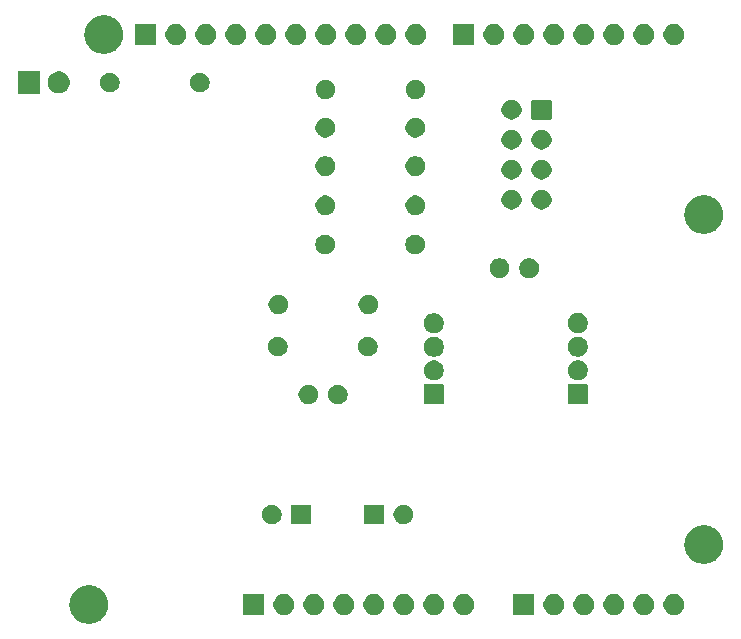
<source format=gts>
%TF.GenerationSoftware,KiCad,Pcbnew,9.0.0*%
%TF.CreationDate,2025-04-03T14:13:48-04:00*%
%TF.ProjectId,Uno Shield Project,556e6f20-5368-4696-956c-642050726f6a,rev?*%
%TF.SameCoordinates,Original*%
%TF.FileFunction,Soldermask,Top*%
%TF.FilePolarity,Negative*%
%FSLAX46Y46*%
G04 Gerber Fmt 4.6, Leading zero omitted, Abs format (unit mm)*
G04 Created by KiCad (PCBNEW 9.0.0) date 2025-04-03 14:13:48*
%MOMM*%
%LPD*%
G01*
G04 APERTURE LIST*
G04 APERTURE END LIST*
G36*
X114088025Y-95827049D02*
G01*
X114098516Y-95827049D01*
X114150176Y-95835231D01*
X114289536Y-95853578D01*
X114323540Y-95862689D01*
X114352384Y-95867258D01*
X114407857Y-95885282D01*
X114496480Y-95909029D01*
X114553022Y-95932449D01*
X114596835Y-95946685D01*
X114637877Y-95967597D01*
X114694426Y-95991020D01*
X114773892Y-96036900D01*
X114825853Y-96063375D01*
X114849474Y-96080537D01*
X114879962Y-96098139D01*
X114991487Y-96183715D01*
X115033796Y-96214455D01*
X115041212Y-96221871D01*
X115049933Y-96228563D01*
X115201436Y-96380066D01*
X115208127Y-96388786D01*
X115215545Y-96396204D01*
X115246288Y-96438518D01*
X115331860Y-96550037D01*
X115349460Y-96580522D01*
X115366625Y-96604147D01*
X115393103Y-96656113D01*
X115438979Y-96735573D01*
X115462399Y-96792116D01*
X115483315Y-96833165D01*
X115497552Y-96876983D01*
X115520970Y-96933519D01*
X115544713Y-97022129D01*
X115562742Y-97077616D01*
X115567311Y-97106465D01*
X115576421Y-97140463D01*
X115594767Y-97279815D01*
X115602951Y-97331484D01*
X115602951Y-97341974D01*
X115604386Y-97352874D01*
X115604386Y-97567125D01*
X115602951Y-97578024D01*
X115602951Y-97588516D01*
X115594766Y-97640188D01*
X115576421Y-97779536D01*
X115567311Y-97813531D01*
X115562742Y-97842384D01*
X115544711Y-97897875D01*
X115520970Y-97986480D01*
X115497554Y-98043011D01*
X115483315Y-98086835D01*
X115462397Y-98127887D01*
X115438979Y-98184426D01*
X115393107Y-98263878D01*
X115366625Y-98315853D01*
X115349458Y-98339481D01*
X115331860Y-98369962D01*
X115246301Y-98481462D01*
X115215545Y-98523796D01*
X115208124Y-98531216D01*
X115201436Y-98539933D01*
X115049933Y-98691436D01*
X115041216Y-98698124D01*
X115033796Y-98705545D01*
X114991462Y-98736301D01*
X114879962Y-98821860D01*
X114849481Y-98839458D01*
X114825853Y-98856625D01*
X114773878Y-98883107D01*
X114694426Y-98928979D01*
X114637887Y-98952397D01*
X114596835Y-98973315D01*
X114553011Y-98987554D01*
X114496480Y-99010970D01*
X114407875Y-99034711D01*
X114352384Y-99052742D01*
X114323531Y-99057311D01*
X114289536Y-99066421D01*
X114150188Y-99084766D01*
X114098516Y-99092951D01*
X114088025Y-99092951D01*
X114077125Y-99094386D01*
X113862875Y-99094386D01*
X113851975Y-99092951D01*
X113841484Y-99092951D01*
X113789812Y-99084767D01*
X113650463Y-99066421D01*
X113616465Y-99057311D01*
X113587616Y-99052742D01*
X113532129Y-99034713D01*
X113443519Y-99010970D01*
X113386983Y-98987552D01*
X113343165Y-98973315D01*
X113302116Y-98952399D01*
X113245573Y-98928979D01*
X113166113Y-98883103D01*
X113114147Y-98856625D01*
X113090522Y-98839460D01*
X113060037Y-98821860D01*
X112948518Y-98736288D01*
X112906204Y-98705545D01*
X112898786Y-98698127D01*
X112890066Y-98691436D01*
X112738563Y-98539933D01*
X112731871Y-98531212D01*
X112724455Y-98523796D01*
X112693715Y-98481487D01*
X112608139Y-98369962D01*
X112590537Y-98339474D01*
X112573375Y-98315853D01*
X112546900Y-98263892D01*
X112501020Y-98184426D01*
X112477597Y-98127877D01*
X112456685Y-98086835D01*
X112442449Y-98043022D01*
X112419029Y-97986480D01*
X112395282Y-97897857D01*
X112377258Y-97842384D01*
X112372689Y-97813540D01*
X112363578Y-97779536D01*
X112345231Y-97640176D01*
X112337049Y-97588516D01*
X112337049Y-97578025D01*
X112335614Y-97567125D01*
X112335614Y-97352874D01*
X112337049Y-97341973D01*
X112337049Y-97331484D01*
X112345230Y-97279828D01*
X112363578Y-97140463D01*
X112372690Y-97106456D01*
X112377258Y-97077616D01*
X112395280Y-97022147D01*
X112419029Y-96933519D01*
X112442451Y-96876972D01*
X112456685Y-96833165D01*
X112477594Y-96792126D01*
X112501020Y-96735573D01*
X112546904Y-96656098D01*
X112573375Y-96604147D01*
X112590534Y-96580529D01*
X112608139Y-96550037D01*
X112693729Y-96438493D01*
X112724455Y-96396204D01*
X112731868Y-96388790D01*
X112738563Y-96380066D01*
X112890066Y-96228563D01*
X112898790Y-96221868D01*
X112906204Y-96214455D01*
X112948493Y-96183729D01*
X113060037Y-96098139D01*
X113090529Y-96080534D01*
X113114147Y-96063375D01*
X113166098Y-96036904D01*
X113245573Y-95991020D01*
X113302126Y-95967594D01*
X113343165Y-95946685D01*
X113386972Y-95932451D01*
X113443519Y-95909029D01*
X113532147Y-95885280D01*
X113587616Y-95867258D01*
X113616456Y-95862690D01*
X113650463Y-95853578D01*
X113789825Y-95835230D01*
X113841484Y-95827049D01*
X113851975Y-95827049D01*
X113862875Y-95825614D01*
X114077125Y-95825614D01*
X114088025Y-95827049D01*
G37*
G36*
X128804542Y-96574893D02*
G01*
X128816870Y-96583130D01*
X128825107Y-96595458D01*
X128828000Y-96610000D01*
X128828000Y-98310000D01*
X128825107Y-98324542D01*
X128816870Y-98336870D01*
X128804542Y-98345107D01*
X128790000Y-98348000D01*
X127090000Y-98348000D01*
X127075458Y-98345107D01*
X127063130Y-98336870D01*
X127054893Y-98324542D01*
X127052000Y-98310000D01*
X127052000Y-96610000D01*
X127054893Y-96595458D01*
X127063130Y-96583130D01*
X127075458Y-96574893D01*
X127090000Y-96572000D01*
X128790000Y-96572000D01*
X128804542Y-96574893D01*
G37*
G36*
X151664542Y-96574893D02*
G01*
X151676870Y-96583130D01*
X151685107Y-96595458D01*
X151688000Y-96610000D01*
X151688000Y-98310000D01*
X151685107Y-98324542D01*
X151676870Y-98336870D01*
X151664542Y-98345107D01*
X151650000Y-98348000D01*
X149950000Y-98348000D01*
X149935458Y-98345107D01*
X149923130Y-98336870D01*
X149914893Y-98324542D01*
X149912000Y-98310000D01*
X149912000Y-96610000D01*
X149914893Y-96595458D01*
X149923130Y-96583130D01*
X149935458Y-96574893D01*
X149950000Y-96572000D01*
X151650000Y-96572000D01*
X151664542Y-96574893D01*
G37*
G36*
X130737773Y-96610237D02*
G01*
X130898600Y-96676854D01*
X131043341Y-96773567D01*
X131166433Y-96896659D01*
X131263146Y-97041400D01*
X131329763Y-97202227D01*
X131363724Y-97372961D01*
X131363724Y-97547039D01*
X131329763Y-97717773D01*
X131263146Y-97878600D01*
X131166433Y-98023341D01*
X131043341Y-98146433D01*
X130898600Y-98243146D01*
X130737773Y-98309763D01*
X130567039Y-98343724D01*
X130392961Y-98343724D01*
X130222227Y-98309763D01*
X130061400Y-98243146D01*
X129916659Y-98146433D01*
X129793567Y-98023341D01*
X129696854Y-97878600D01*
X129630237Y-97717773D01*
X129596276Y-97547039D01*
X129596276Y-97372961D01*
X129630237Y-97202227D01*
X129696854Y-97041400D01*
X129793567Y-96896659D01*
X129916659Y-96773567D01*
X130061400Y-96676854D01*
X130222227Y-96610237D01*
X130392961Y-96576276D01*
X130567039Y-96576276D01*
X130737773Y-96610237D01*
G37*
G36*
X133277773Y-96610237D02*
G01*
X133438600Y-96676854D01*
X133583341Y-96773567D01*
X133706433Y-96896659D01*
X133803146Y-97041400D01*
X133869763Y-97202227D01*
X133903724Y-97372961D01*
X133903724Y-97547039D01*
X133869763Y-97717773D01*
X133803146Y-97878600D01*
X133706433Y-98023341D01*
X133583341Y-98146433D01*
X133438600Y-98243146D01*
X133277773Y-98309763D01*
X133107039Y-98343724D01*
X132932961Y-98343724D01*
X132762227Y-98309763D01*
X132601400Y-98243146D01*
X132456659Y-98146433D01*
X132333567Y-98023341D01*
X132236854Y-97878600D01*
X132170237Y-97717773D01*
X132136276Y-97547039D01*
X132136276Y-97372961D01*
X132170237Y-97202227D01*
X132236854Y-97041400D01*
X132333567Y-96896659D01*
X132456659Y-96773567D01*
X132601400Y-96676854D01*
X132762227Y-96610237D01*
X132932961Y-96576276D01*
X133107039Y-96576276D01*
X133277773Y-96610237D01*
G37*
G36*
X135817773Y-96610237D02*
G01*
X135978600Y-96676854D01*
X136123341Y-96773567D01*
X136246433Y-96896659D01*
X136343146Y-97041400D01*
X136409763Y-97202227D01*
X136443724Y-97372961D01*
X136443724Y-97547039D01*
X136409763Y-97717773D01*
X136343146Y-97878600D01*
X136246433Y-98023341D01*
X136123341Y-98146433D01*
X135978600Y-98243146D01*
X135817773Y-98309763D01*
X135647039Y-98343724D01*
X135472961Y-98343724D01*
X135302227Y-98309763D01*
X135141400Y-98243146D01*
X134996659Y-98146433D01*
X134873567Y-98023341D01*
X134776854Y-97878600D01*
X134710237Y-97717773D01*
X134676276Y-97547039D01*
X134676276Y-97372961D01*
X134710237Y-97202227D01*
X134776854Y-97041400D01*
X134873567Y-96896659D01*
X134996659Y-96773567D01*
X135141400Y-96676854D01*
X135302227Y-96610237D01*
X135472961Y-96576276D01*
X135647039Y-96576276D01*
X135817773Y-96610237D01*
G37*
G36*
X138357773Y-96610237D02*
G01*
X138518600Y-96676854D01*
X138663341Y-96773567D01*
X138786433Y-96896659D01*
X138883146Y-97041400D01*
X138949763Y-97202227D01*
X138983724Y-97372961D01*
X138983724Y-97547039D01*
X138949763Y-97717773D01*
X138883146Y-97878600D01*
X138786433Y-98023341D01*
X138663341Y-98146433D01*
X138518600Y-98243146D01*
X138357773Y-98309763D01*
X138187039Y-98343724D01*
X138012961Y-98343724D01*
X137842227Y-98309763D01*
X137681400Y-98243146D01*
X137536659Y-98146433D01*
X137413567Y-98023341D01*
X137316854Y-97878600D01*
X137250237Y-97717773D01*
X137216276Y-97547039D01*
X137216276Y-97372961D01*
X137250237Y-97202227D01*
X137316854Y-97041400D01*
X137413567Y-96896659D01*
X137536659Y-96773567D01*
X137681400Y-96676854D01*
X137842227Y-96610237D01*
X138012961Y-96576276D01*
X138187039Y-96576276D01*
X138357773Y-96610237D01*
G37*
G36*
X140897773Y-96610237D02*
G01*
X141058600Y-96676854D01*
X141203341Y-96773567D01*
X141326433Y-96896659D01*
X141423146Y-97041400D01*
X141489763Y-97202227D01*
X141523724Y-97372961D01*
X141523724Y-97547039D01*
X141489763Y-97717773D01*
X141423146Y-97878600D01*
X141326433Y-98023341D01*
X141203341Y-98146433D01*
X141058600Y-98243146D01*
X140897773Y-98309763D01*
X140727039Y-98343724D01*
X140552961Y-98343724D01*
X140382227Y-98309763D01*
X140221400Y-98243146D01*
X140076659Y-98146433D01*
X139953567Y-98023341D01*
X139856854Y-97878600D01*
X139790237Y-97717773D01*
X139756276Y-97547039D01*
X139756276Y-97372961D01*
X139790237Y-97202227D01*
X139856854Y-97041400D01*
X139953567Y-96896659D01*
X140076659Y-96773567D01*
X140221400Y-96676854D01*
X140382227Y-96610237D01*
X140552961Y-96576276D01*
X140727039Y-96576276D01*
X140897773Y-96610237D01*
G37*
G36*
X143437773Y-96610237D02*
G01*
X143598600Y-96676854D01*
X143743341Y-96773567D01*
X143866433Y-96896659D01*
X143963146Y-97041400D01*
X144029763Y-97202227D01*
X144063724Y-97372961D01*
X144063724Y-97547039D01*
X144029763Y-97717773D01*
X143963146Y-97878600D01*
X143866433Y-98023341D01*
X143743341Y-98146433D01*
X143598600Y-98243146D01*
X143437773Y-98309763D01*
X143267039Y-98343724D01*
X143092961Y-98343724D01*
X142922227Y-98309763D01*
X142761400Y-98243146D01*
X142616659Y-98146433D01*
X142493567Y-98023341D01*
X142396854Y-97878600D01*
X142330237Y-97717773D01*
X142296276Y-97547039D01*
X142296276Y-97372961D01*
X142330237Y-97202227D01*
X142396854Y-97041400D01*
X142493567Y-96896659D01*
X142616659Y-96773567D01*
X142761400Y-96676854D01*
X142922227Y-96610237D01*
X143092961Y-96576276D01*
X143267039Y-96576276D01*
X143437773Y-96610237D01*
G37*
G36*
X145977773Y-96610237D02*
G01*
X146138600Y-96676854D01*
X146283341Y-96773567D01*
X146406433Y-96896659D01*
X146503146Y-97041400D01*
X146569763Y-97202227D01*
X146603724Y-97372961D01*
X146603724Y-97547039D01*
X146569763Y-97717773D01*
X146503146Y-97878600D01*
X146406433Y-98023341D01*
X146283341Y-98146433D01*
X146138600Y-98243146D01*
X145977773Y-98309763D01*
X145807039Y-98343724D01*
X145632961Y-98343724D01*
X145462227Y-98309763D01*
X145301400Y-98243146D01*
X145156659Y-98146433D01*
X145033567Y-98023341D01*
X144936854Y-97878600D01*
X144870237Y-97717773D01*
X144836276Y-97547039D01*
X144836276Y-97372961D01*
X144870237Y-97202227D01*
X144936854Y-97041400D01*
X145033567Y-96896659D01*
X145156659Y-96773567D01*
X145301400Y-96676854D01*
X145462227Y-96610237D01*
X145632961Y-96576276D01*
X145807039Y-96576276D01*
X145977773Y-96610237D01*
G37*
G36*
X153597773Y-96610237D02*
G01*
X153758600Y-96676854D01*
X153903341Y-96773567D01*
X154026433Y-96896659D01*
X154123146Y-97041400D01*
X154189763Y-97202227D01*
X154223724Y-97372961D01*
X154223724Y-97547039D01*
X154189763Y-97717773D01*
X154123146Y-97878600D01*
X154026433Y-98023341D01*
X153903341Y-98146433D01*
X153758600Y-98243146D01*
X153597773Y-98309763D01*
X153427039Y-98343724D01*
X153252961Y-98343724D01*
X153082227Y-98309763D01*
X152921400Y-98243146D01*
X152776659Y-98146433D01*
X152653567Y-98023341D01*
X152556854Y-97878600D01*
X152490237Y-97717773D01*
X152456276Y-97547039D01*
X152456276Y-97372961D01*
X152490237Y-97202227D01*
X152556854Y-97041400D01*
X152653567Y-96896659D01*
X152776659Y-96773567D01*
X152921400Y-96676854D01*
X153082227Y-96610237D01*
X153252961Y-96576276D01*
X153427039Y-96576276D01*
X153597773Y-96610237D01*
G37*
G36*
X156137773Y-96610237D02*
G01*
X156298600Y-96676854D01*
X156443341Y-96773567D01*
X156566433Y-96896659D01*
X156663146Y-97041400D01*
X156729763Y-97202227D01*
X156763724Y-97372961D01*
X156763724Y-97547039D01*
X156729763Y-97717773D01*
X156663146Y-97878600D01*
X156566433Y-98023341D01*
X156443341Y-98146433D01*
X156298600Y-98243146D01*
X156137773Y-98309763D01*
X155967039Y-98343724D01*
X155792961Y-98343724D01*
X155622227Y-98309763D01*
X155461400Y-98243146D01*
X155316659Y-98146433D01*
X155193567Y-98023341D01*
X155096854Y-97878600D01*
X155030237Y-97717773D01*
X154996276Y-97547039D01*
X154996276Y-97372961D01*
X155030237Y-97202227D01*
X155096854Y-97041400D01*
X155193567Y-96896659D01*
X155316659Y-96773567D01*
X155461400Y-96676854D01*
X155622227Y-96610237D01*
X155792961Y-96576276D01*
X155967039Y-96576276D01*
X156137773Y-96610237D01*
G37*
G36*
X158677773Y-96610237D02*
G01*
X158838600Y-96676854D01*
X158983341Y-96773567D01*
X159106433Y-96896659D01*
X159203146Y-97041400D01*
X159269763Y-97202227D01*
X159303724Y-97372961D01*
X159303724Y-97547039D01*
X159269763Y-97717773D01*
X159203146Y-97878600D01*
X159106433Y-98023341D01*
X158983341Y-98146433D01*
X158838600Y-98243146D01*
X158677773Y-98309763D01*
X158507039Y-98343724D01*
X158332961Y-98343724D01*
X158162227Y-98309763D01*
X158001400Y-98243146D01*
X157856659Y-98146433D01*
X157733567Y-98023341D01*
X157636854Y-97878600D01*
X157570237Y-97717773D01*
X157536276Y-97547039D01*
X157536276Y-97372961D01*
X157570237Y-97202227D01*
X157636854Y-97041400D01*
X157733567Y-96896659D01*
X157856659Y-96773567D01*
X158001400Y-96676854D01*
X158162227Y-96610237D01*
X158332961Y-96576276D01*
X158507039Y-96576276D01*
X158677773Y-96610237D01*
G37*
G36*
X161217773Y-96610237D02*
G01*
X161378600Y-96676854D01*
X161523341Y-96773567D01*
X161646433Y-96896659D01*
X161743146Y-97041400D01*
X161809763Y-97202227D01*
X161843724Y-97372961D01*
X161843724Y-97547039D01*
X161809763Y-97717773D01*
X161743146Y-97878600D01*
X161646433Y-98023341D01*
X161523341Y-98146433D01*
X161378600Y-98243146D01*
X161217773Y-98309763D01*
X161047039Y-98343724D01*
X160872961Y-98343724D01*
X160702227Y-98309763D01*
X160541400Y-98243146D01*
X160396659Y-98146433D01*
X160273567Y-98023341D01*
X160176854Y-97878600D01*
X160110237Y-97717773D01*
X160076276Y-97547039D01*
X160076276Y-97372961D01*
X160110237Y-97202227D01*
X160176854Y-97041400D01*
X160273567Y-96896659D01*
X160396659Y-96773567D01*
X160541400Y-96676854D01*
X160702227Y-96610237D01*
X160872961Y-96576276D01*
X161047039Y-96576276D01*
X161217773Y-96610237D01*
G37*
G36*
X163757773Y-96610237D02*
G01*
X163918600Y-96676854D01*
X164063341Y-96773567D01*
X164186433Y-96896659D01*
X164283146Y-97041400D01*
X164349763Y-97202227D01*
X164383724Y-97372961D01*
X164383724Y-97547039D01*
X164349763Y-97717773D01*
X164283146Y-97878600D01*
X164186433Y-98023341D01*
X164063341Y-98146433D01*
X163918600Y-98243146D01*
X163757773Y-98309763D01*
X163587039Y-98343724D01*
X163412961Y-98343724D01*
X163242227Y-98309763D01*
X163081400Y-98243146D01*
X162936659Y-98146433D01*
X162813567Y-98023341D01*
X162716854Y-97878600D01*
X162650237Y-97717773D01*
X162616276Y-97547039D01*
X162616276Y-97372961D01*
X162650237Y-97202227D01*
X162716854Y-97041400D01*
X162813567Y-96896659D01*
X162936659Y-96773567D01*
X163081400Y-96676854D01*
X163242227Y-96610237D01*
X163412961Y-96576276D01*
X163587039Y-96576276D01*
X163757773Y-96610237D01*
G37*
G36*
X166158025Y-90747049D02*
G01*
X166168516Y-90747049D01*
X166220176Y-90755231D01*
X166359536Y-90773578D01*
X166393540Y-90782689D01*
X166422384Y-90787258D01*
X166477857Y-90805282D01*
X166566480Y-90829029D01*
X166623022Y-90852449D01*
X166666835Y-90866685D01*
X166707877Y-90887597D01*
X166764426Y-90911020D01*
X166843892Y-90956900D01*
X166895853Y-90983375D01*
X166919474Y-91000537D01*
X166949962Y-91018139D01*
X167061487Y-91103715D01*
X167103796Y-91134455D01*
X167111212Y-91141871D01*
X167119933Y-91148563D01*
X167271436Y-91300066D01*
X167278127Y-91308786D01*
X167285545Y-91316204D01*
X167316288Y-91358518D01*
X167401860Y-91470037D01*
X167419460Y-91500522D01*
X167436625Y-91524147D01*
X167463103Y-91576113D01*
X167508979Y-91655573D01*
X167532399Y-91712116D01*
X167553315Y-91753165D01*
X167567552Y-91796983D01*
X167590970Y-91853519D01*
X167614713Y-91942129D01*
X167632742Y-91997616D01*
X167637311Y-92026465D01*
X167646421Y-92060463D01*
X167664767Y-92199815D01*
X167672951Y-92251484D01*
X167672951Y-92261974D01*
X167674386Y-92272874D01*
X167674386Y-92487125D01*
X167672951Y-92498024D01*
X167672951Y-92508516D01*
X167664766Y-92560188D01*
X167646421Y-92699536D01*
X167637311Y-92733531D01*
X167632742Y-92762384D01*
X167614711Y-92817875D01*
X167590970Y-92906480D01*
X167567554Y-92963011D01*
X167553315Y-93006835D01*
X167532397Y-93047887D01*
X167508979Y-93104426D01*
X167463107Y-93183878D01*
X167436625Y-93235853D01*
X167419458Y-93259481D01*
X167401860Y-93289962D01*
X167316301Y-93401462D01*
X167285545Y-93443796D01*
X167278124Y-93451216D01*
X167271436Y-93459933D01*
X167119933Y-93611436D01*
X167111216Y-93618124D01*
X167103796Y-93625545D01*
X167061462Y-93656301D01*
X166949962Y-93741860D01*
X166919481Y-93759458D01*
X166895853Y-93776625D01*
X166843878Y-93803107D01*
X166764426Y-93848979D01*
X166707887Y-93872397D01*
X166666835Y-93893315D01*
X166623011Y-93907554D01*
X166566480Y-93930970D01*
X166477875Y-93954711D01*
X166422384Y-93972742D01*
X166393531Y-93977311D01*
X166359536Y-93986421D01*
X166220188Y-94004766D01*
X166168516Y-94012951D01*
X166158025Y-94012951D01*
X166147125Y-94014386D01*
X165932875Y-94014386D01*
X165921975Y-94012951D01*
X165911484Y-94012951D01*
X165859812Y-94004767D01*
X165720463Y-93986421D01*
X165686465Y-93977311D01*
X165657616Y-93972742D01*
X165602129Y-93954713D01*
X165513519Y-93930970D01*
X165456983Y-93907552D01*
X165413165Y-93893315D01*
X165372116Y-93872399D01*
X165315573Y-93848979D01*
X165236113Y-93803103D01*
X165184147Y-93776625D01*
X165160522Y-93759460D01*
X165130037Y-93741860D01*
X165018518Y-93656288D01*
X164976204Y-93625545D01*
X164968786Y-93618127D01*
X164960066Y-93611436D01*
X164808563Y-93459933D01*
X164801871Y-93451212D01*
X164794455Y-93443796D01*
X164763715Y-93401487D01*
X164678139Y-93289962D01*
X164660537Y-93259474D01*
X164643375Y-93235853D01*
X164616900Y-93183892D01*
X164571020Y-93104426D01*
X164547597Y-93047877D01*
X164526685Y-93006835D01*
X164512449Y-92963022D01*
X164489029Y-92906480D01*
X164465282Y-92817857D01*
X164447258Y-92762384D01*
X164442689Y-92733540D01*
X164433578Y-92699536D01*
X164415231Y-92560176D01*
X164407049Y-92508516D01*
X164407049Y-92498025D01*
X164405614Y-92487125D01*
X164405614Y-92272874D01*
X164407049Y-92261973D01*
X164407049Y-92251484D01*
X164415230Y-92199828D01*
X164433578Y-92060463D01*
X164442690Y-92026456D01*
X164447258Y-91997616D01*
X164465280Y-91942147D01*
X164489029Y-91853519D01*
X164512451Y-91796972D01*
X164526685Y-91753165D01*
X164547594Y-91712126D01*
X164571020Y-91655573D01*
X164616904Y-91576098D01*
X164643375Y-91524147D01*
X164660534Y-91500529D01*
X164678139Y-91470037D01*
X164763729Y-91358493D01*
X164794455Y-91316204D01*
X164801868Y-91308790D01*
X164808563Y-91300066D01*
X164960066Y-91148563D01*
X164968790Y-91141868D01*
X164976204Y-91134455D01*
X165018493Y-91103729D01*
X165130037Y-91018139D01*
X165160529Y-91000534D01*
X165184147Y-90983375D01*
X165236098Y-90956904D01*
X165315573Y-90911020D01*
X165372126Y-90887594D01*
X165413165Y-90866685D01*
X165456972Y-90852451D01*
X165513519Y-90829029D01*
X165602147Y-90805280D01*
X165657616Y-90787258D01*
X165686456Y-90782690D01*
X165720463Y-90773578D01*
X165859825Y-90755230D01*
X165911484Y-90747049D01*
X165921975Y-90747049D01*
X165932875Y-90745614D01*
X166147125Y-90745614D01*
X166158025Y-90747049D01*
G37*
G36*
X132778542Y-89004893D02*
G01*
X132790870Y-89013130D01*
X132799107Y-89025458D01*
X132802000Y-89040000D01*
X132802000Y-90640000D01*
X132799107Y-90654542D01*
X132790870Y-90666870D01*
X132778542Y-90675107D01*
X132764000Y-90678000D01*
X131164000Y-90678000D01*
X131149458Y-90675107D01*
X131137130Y-90666870D01*
X131128893Y-90654542D01*
X131126000Y-90640000D01*
X131126000Y-89040000D01*
X131128893Y-89025458D01*
X131137130Y-89013130D01*
X131149458Y-89004893D01*
X131164000Y-89002000D01*
X132764000Y-89002000D01*
X132778542Y-89004893D01*
G37*
G36*
X138914542Y-89004893D02*
G01*
X138926870Y-89013130D01*
X138935107Y-89025458D01*
X138938000Y-89040000D01*
X138938000Y-90640000D01*
X138935107Y-90654542D01*
X138926870Y-90666870D01*
X138914542Y-90675107D01*
X138900000Y-90678000D01*
X137300000Y-90678000D01*
X137285458Y-90675107D01*
X137273130Y-90666870D01*
X137264893Y-90654542D01*
X137262000Y-90640000D01*
X137262000Y-89040000D01*
X137264893Y-89025458D01*
X137273130Y-89013130D01*
X137285458Y-89004893D01*
X137300000Y-89002000D01*
X138900000Y-89002000D01*
X138914542Y-89004893D01*
G37*
G36*
X129707259Y-89038084D02*
G01*
X129859030Y-89100950D01*
X129995622Y-89192217D01*
X130111783Y-89308378D01*
X130203050Y-89444970D01*
X130265916Y-89596741D01*
X130297965Y-89757862D01*
X130297965Y-89922138D01*
X130265916Y-90083259D01*
X130203050Y-90235030D01*
X130111783Y-90371622D01*
X129995622Y-90487783D01*
X129859030Y-90579050D01*
X129707259Y-90641916D01*
X129546138Y-90673965D01*
X129381862Y-90673965D01*
X129220741Y-90641916D01*
X129068970Y-90579050D01*
X128932378Y-90487783D01*
X128816217Y-90371622D01*
X128724950Y-90235030D01*
X128662084Y-90083259D01*
X128630035Y-89922138D01*
X128630035Y-89757862D01*
X128662084Y-89596741D01*
X128724950Y-89444970D01*
X128816217Y-89308378D01*
X128932378Y-89192217D01*
X129068970Y-89100950D01*
X129220741Y-89038084D01*
X129381862Y-89006035D01*
X129546138Y-89006035D01*
X129707259Y-89038084D01*
G37*
G36*
X140843259Y-89038084D02*
G01*
X140995030Y-89100950D01*
X141131622Y-89192217D01*
X141247783Y-89308378D01*
X141339050Y-89444970D01*
X141401916Y-89596741D01*
X141433965Y-89757862D01*
X141433965Y-89922138D01*
X141401916Y-90083259D01*
X141339050Y-90235030D01*
X141247783Y-90371622D01*
X141131622Y-90487783D01*
X140995030Y-90579050D01*
X140843259Y-90641916D01*
X140682138Y-90673965D01*
X140517862Y-90673965D01*
X140356741Y-90641916D01*
X140204970Y-90579050D01*
X140068378Y-90487783D01*
X139952217Y-90371622D01*
X139860950Y-90235030D01*
X139798084Y-90083259D01*
X139766035Y-89922138D01*
X139766035Y-89757862D01*
X139798084Y-89596741D01*
X139860950Y-89444970D01*
X139952217Y-89308378D01*
X140068378Y-89192217D01*
X140204970Y-89100950D01*
X140356741Y-89038084D01*
X140517862Y-89006035D01*
X140682138Y-89006035D01*
X140843259Y-89038084D01*
G37*
G36*
X132795259Y-78878084D02*
G01*
X132947030Y-78940950D01*
X133083622Y-79032217D01*
X133199783Y-79148378D01*
X133291050Y-79284970D01*
X133353916Y-79436741D01*
X133385965Y-79597862D01*
X133385965Y-79762138D01*
X133353916Y-79923259D01*
X133291050Y-80075030D01*
X133199783Y-80211622D01*
X133083622Y-80327783D01*
X132947030Y-80419050D01*
X132795259Y-80481916D01*
X132634138Y-80513965D01*
X132469862Y-80513965D01*
X132308741Y-80481916D01*
X132156970Y-80419050D01*
X132020378Y-80327783D01*
X131904217Y-80211622D01*
X131812950Y-80075030D01*
X131750084Y-79923259D01*
X131718035Y-79762138D01*
X131718035Y-79597862D01*
X131750084Y-79436741D01*
X131812950Y-79284970D01*
X131904217Y-79148378D01*
X132020378Y-79032217D01*
X132156970Y-78940950D01*
X132308741Y-78878084D01*
X132469862Y-78846035D01*
X132634138Y-78846035D01*
X132795259Y-78878084D01*
G37*
G36*
X135295259Y-78878084D02*
G01*
X135447030Y-78940950D01*
X135583622Y-79032217D01*
X135699783Y-79148378D01*
X135791050Y-79284970D01*
X135853916Y-79436741D01*
X135885965Y-79597862D01*
X135885965Y-79762138D01*
X135853916Y-79923259D01*
X135791050Y-80075030D01*
X135699783Y-80211622D01*
X135583622Y-80327783D01*
X135447030Y-80419050D01*
X135295259Y-80481916D01*
X135134138Y-80513965D01*
X134969862Y-80513965D01*
X134808741Y-80481916D01*
X134656970Y-80419050D01*
X134520378Y-80327783D01*
X134404217Y-80211622D01*
X134312950Y-80075030D01*
X134250084Y-79923259D01*
X134218035Y-79762138D01*
X134218035Y-79597862D01*
X134250084Y-79436741D01*
X134312950Y-79284970D01*
X134404217Y-79148378D01*
X134520378Y-79032217D01*
X134656970Y-78940950D01*
X134808741Y-78878084D01*
X134969862Y-78846035D01*
X135134138Y-78846035D01*
X135295259Y-78878084D01*
G37*
G36*
X143968881Y-78804134D02*
G01*
X144001842Y-78826158D01*
X144023866Y-78859119D01*
X144031600Y-78898000D01*
X144031600Y-80398000D01*
X144023866Y-80436881D01*
X144001842Y-80469842D01*
X143968881Y-80491866D01*
X143930000Y-80499600D01*
X142430000Y-80499600D01*
X142391119Y-80491866D01*
X142358158Y-80469842D01*
X142336134Y-80436881D01*
X142328400Y-80398000D01*
X142328400Y-78898000D01*
X142336134Y-78859119D01*
X142358158Y-78826158D01*
X142391119Y-78804134D01*
X142430000Y-78796400D01*
X143930000Y-78796400D01*
X143968881Y-78804134D01*
G37*
G36*
X156160881Y-78788134D02*
G01*
X156193842Y-78810158D01*
X156215866Y-78843119D01*
X156223600Y-78882000D01*
X156223600Y-80382000D01*
X156215866Y-80420881D01*
X156193842Y-80453842D01*
X156160881Y-80475866D01*
X156122000Y-80483600D01*
X154622000Y-80483600D01*
X154583119Y-80475866D01*
X154550158Y-80453842D01*
X154528134Y-80420881D01*
X154520400Y-80382000D01*
X154520400Y-78882000D01*
X154528134Y-78843119D01*
X154550158Y-78810158D01*
X154583119Y-78788134D01*
X154622000Y-78780400D01*
X156122000Y-78780400D01*
X156160881Y-78788134D01*
G37*
G36*
X143427206Y-76833070D02*
G01*
X143581441Y-76896956D01*
X143720249Y-76989704D01*
X143838296Y-77107751D01*
X143931044Y-77246559D01*
X143994930Y-77400794D01*
X144027499Y-77564529D01*
X144027499Y-77731471D01*
X143994930Y-77895206D01*
X143931044Y-78049441D01*
X143838296Y-78188249D01*
X143720249Y-78306296D01*
X143581441Y-78399044D01*
X143427206Y-78462930D01*
X143263471Y-78495499D01*
X143096529Y-78495499D01*
X142932794Y-78462930D01*
X142778559Y-78399044D01*
X142639751Y-78306296D01*
X142521704Y-78188249D01*
X142428956Y-78049441D01*
X142365070Y-77895206D01*
X142332501Y-77731471D01*
X142332501Y-77564529D01*
X142365070Y-77400794D01*
X142428956Y-77246559D01*
X142521704Y-77107751D01*
X142639751Y-76989704D01*
X142778559Y-76896956D01*
X142932794Y-76833070D01*
X143096529Y-76800501D01*
X143263471Y-76800501D01*
X143427206Y-76833070D01*
G37*
G36*
X155619206Y-76817070D02*
G01*
X155773441Y-76880956D01*
X155912249Y-76973704D01*
X156030296Y-77091751D01*
X156123044Y-77230559D01*
X156186930Y-77384794D01*
X156219499Y-77548529D01*
X156219499Y-77715471D01*
X156186930Y-77879206D01*
X156123044Y-78033441D01*
X156030296Y-78172249D01*
X155912249Y-78290296D01*
X155773441Y-78383044D01*
X155619206Y-78446930D01*
X155455471Y-78479499D01*
X155288529Y-78479499D01*
X155124794Y-78446930D01*
X154970559Y-78383044D01*
X154831751Y-78290296D01*
X154713704Y-78172249D01*
X154620956Y-78033441D01*
X154557070Y-77879206D01*
X154524501Y-77715471D01*
X154524501Y-77548529D01*
X154557070Y-77384794D01*
X154620956Y-77230559D01*
X154713704Y-77091751D01*
X154831751Y-76973704D01*
X154970559Y-76880956D01*
X155124794Y-76817070D01*
X155288529Y-76784501D01*
X155455471Y-76784501D01*
X155619206Y-76817070D01*
G37*
G36*
X143427206Y-74833070D02*
G01*
X143581441Y-74896956D01*
X143720249Y-74989704D01*
X143838296Y-75107751D01*
X143931044Y-75246559D01*
X143994930Y-75400794D01*
X144027499Y-75564529D01*
X144027499Y-75731471D01*
X143994930Y-75895206D01*
X143931044Y-76049441D01*
X143838296Y-76188249D01*
X143720249Y-76306296D01*
X143581441Y-76399044D01*
X143427206Y-76462930D01*
X143263471Y-76495499D01*
X143096529Y-76495499D01*
X142932794Y-76462930D01*
X142778559Y-76399044D01*
X142639751Y-76306296D01*
X142521704Y-76188249D01*
X142428956Y-76049441D01*
X142365070Y-75895206D01*
X142332501Y-75731471D01*
X142332501Y-75564529D01*
X142365070Y-75400794D01*
X142428956Y-75246559D01*
X142521704Y-75107751D01*
X142639751Y-74989704D01*
X142778559Y-74896956D01*
X142932794Y-74833070D01*
X143096529Y-74800501D01*
X143263471Y-74800501D01*
X143427206Y-74833070D01*
G37*
G36*
X155619206Y-74817070D02*
G01*
X155773441Y-74880956D01*
X155912249Y-74973704D01*
X156030296Y-75091751D01*
X156123044Y-75230559D01*
X156186930Y-75384794D01*
X156219499Y-75548529D01*
X156219499Y-75715471D01*
X156186930Y-75879206D01*
X156123044Y-76033441D01*
X156030296Y-76172249D01*
X155912249Y-76290296D01*
X155773441Y-76383044D01*
X155619206Y-76446930D01*
X155455471Y-76479499D01*
X155288529Y-76479499D01*
X155124794Y-76446930D01*
X154970559Y-76383044D01*
X154831751Y-76290296D01*
X154713704Y-76172249D01*
X154620956Y-76033441D01*
X154557070Y-75879206D01*
X154524501Y-75715471D01*
X154524501Y-75548529D01*
X154557070Y-75384794D01*
X154620956Y-75230559D01*
X154713704Y-75091751D01*
X154831751Y-74973704D01*
X154970559Y-74880956D01*
X155124794Y-74817070D01*
X155288529Y-74784501D01*
X155455471Y-74784501D01*
X155619206Y-74817070D01*
G37*
G36*
X130215259Y-74814084D02*
G01*
X130367030Y-74876950D01*
X130503622Y-74968217D01*
X130619783Y-75084378D01*
X130711050Y-75220970D01*
X130773916Y-75372741D01*
X130805965Y-75533862D01*
X130805965Y-75698138D01*
X130773916Y-75859259D01*
X130711050Y-76011030D01*
X130619783Y-76147622D01*
X130503622Y-76263783D01*
X130367030Y-76355050D01*
X130215259Y-76417916D01*
X130054138Y-76449965D01*
X129889862Y-76449965D01*
X129728741Y-76417916D01*
X129576970Y-76355050D01*
X129440378Y-76263783D01*
X129324217Y-76147622D01*
X129232950Y-76011030D01*
X129170084Y-75859259D01*
X129138035Y-75698138D01*
X129138035Y-75533862D01*
X129170084Y-75372741D01*
X129232950Y-75220970D01*
X129324217Y-75084378D01*
X129440378Y-74968217D01*
X129576970Y-74876950D01*
X129728741Y-74814084D01*
X129889862Y-74782035D01*
X130054138Y-74782035D01*
X130215259Y-74814084D01*
G37*
G36*
X137835259Y-74814084D02*
G01*
X137987030Y-74876950D01*
X138123622Y-74968217D01*
X138239783Y-75084378D01*
X138331050Y-75220970D01*
X138393916Y-75372741D01*
X138425965Y-75533862D01*
X138425965Y-75698138D01*
X138393916Y-75859259D01*
X138331050Y-76011030D01*
X138239783Y-76147622D01*
X138123622Y-76263783D01*
X137987030Y-76355050D01*
X137835259Y-76417916D01*
X137674138Y-76449965D01*
X137509862Y-76449965D01*
X137348741Y-76417916D01*
X137196970Y-76355050D01*
X137060378Y-76263783D01*
X136944217Y-76147622D01*
X136852950Y-76011030D01*
X136790084Y-75859259D01*
X136758035Y-75698138D01*
X136758035Y-75533862D01*
X136790084Y-75372741D01*
X136852950Y-75220970D01*
X136944217Y-75084378D01*
X137060378Y-74968217D01*
X137196970Y-74876950D01*
X137348741Y-74814084D01*
X137509862Y-74782035D01*
X137674138Y-74782035D01*
X137835259Y-74814084D01*
G37*
G36*
X143427206Y-72833070D02*
G01*
X143581441Y-72896956D01*
X143720249Y-72989704D01*
X143838296Y-73107751D01*
X143931044Y-73246559D01*
X143994930Y-73400794D01*
X144027499Y-73564529D01*
X144027499Y-73731471D01*
X143994930Y-73895206D01*
X143931044Y-74049441D01*
X143838296Y-74188249D01*
X143720249Y-74306296D01*
X143581441Y-74399044D01*
X143427206Y-74462930D01*
X143263471Y-74495499D01*
X143096529Y-74495499D01*
X142932794Y-74462930D01*
X142778559Y-74399044D01*
X142639751Y-74306296D01*
X142521704Y-74188249D01*
X142428956Y-74049441D01*
X142365070Y-73895206D01*
X142332501Y-73731471D01*
X142332501Y-73564529D01*
X142365070Y-73400794D01*
X142428956Y-73246559D01*
X142521704Y-73107751D01*
X142639751Y-72989704D01*
X142778559Y-72896956D01*
X142932794Y-72833070D01*
X143096529Y-72800501D01*
X143263471Y-72800501D01*
X143427206Y-72833070D01*
G37*
G36*
X155619206Y-72817070D02*
G01*
X155773441Y-72880956D01*
X155912249Y-72973704D01*
X156030296Y-73091751D01*
X156123044Y-73230559D01*
X156186930Y-73384794D01*
X156219499Y-73548529D01*
X156219499Y-73715471D01*
X156186930Y-73879206D01*
X156123044Y-74033441D01*
X156030296Y-74172249D01*
X155912249Y-74290296D01*
X155773441Y-74383044D01*
X155619206Y-74446930D01*
X155455471Y-74479499D01*
X155288529Y-74479499D01*
X155124794Y-74446930D01*
X154970559Y-74383044D01*
X154831751Y-74290296D01*
X154713704Y-74172249D01*
X154620956Y-74033441D01*
X154557070Y-73879206D01*
X154524501Y-73715471D01*
X154524501Y-73548529D01*
X154557070Y-73384794D01*
X154620956Y-73230559D01*
X154713704Y-73091751D01*
X154831751Y-72973704D01*
X154970559Y-72880956D01*
X155124794Y-72817070D01*
X155288529Y-72784501D01*
X155455471Y-72784501D01*
X155619206Y-72817070D01*
G37*
G36*
X130253259Y-71258084D02*
G01*
X130405030Y-71320950D01*
X130541622Y-71412217D01*
X130657783Y-71528378D01*
X130749050Y-71664970D01*
X130811916Y-71816741D01*
X130843965Y-71977862D01*
X130843965Y-72142138D01*
X130811916Y-72303259D01*
X130749050Y-72455030D01*
X130657783Y-72591622D01*
X130541622Y-72707783D01*
X130405030Y-72799050D01*
X130253259Y-72861916D01*
X130092138Y-72893965D01*
X129927862Y-72893965D01*
X129766741Y-72861916D01*
X129614970Y-72799050D01*
X129478378Y-72707783D01*
X129362217Y-72591622D01*
X129270950Y-72455030D01*
X129208084Y-72303259D01*
X129176035Y-72142138D01*
X129176035Y-71977862D01*
X129208084Y-71816741D01*
X129270950Y-71664970D01*
X129362217Y-71528378D01*
X129478378Y-71412217D01*
X129614970Y-71320950D01*
X129766741Y-71258084D01*
X129927862Y-71226035D01*
X130092138Y-71226035D01*
X130253259Y-71258084D01*
G37*
G36*
X137873259Y-71258084D02*
G01*
X138025030Y-71320950D01*
X138161622Y-71412217D01*
X138277783Y-71528378D01*
X138369050Y-71664970D01*
X138431916Y-71816741D01*
X138463965Y-71977862D01*
X138463965Y-72142138D01*
X138431916Y-72303259D01*
X138369050Y-72455030D01*
X138277783Y-72591622D01*
X138161622Y-72707783D01*
X138025030Y-72799050D01*
X137873259Y-72861916D01*
X137712138Y-72893965D01*
X137547862Y-72893965D01*
X137386741Y-72861916D01*
X137234970Y-72799050D01*
X137098378Y-72707783D01*
X136982217Y-72591622D01*
X136890950Y-72455030D01*
X136828084Y-72303259D01*
X136796035Y-72142138D01*
X136796035Y-71977862D01*
X136828084Y-71816741D01*
X136890950Y-71664970D01*
X136982217Y-71528378D01*
X137098378Y-71412217D01*
X137234970Y-71320950D01*
X137386741Y-71258084D01*
X137547862Y-71226035D01*
X137712138Y-71226035D01*
X137873259Y-71258084D01*
G37*
G36*
X148993259Y-68178084D02*
G01*
X149145030Y-68240950D01*
X149281622Y-68332217D01*
X149397783Y-68448378D01*
X149489050Y-68584970D01*
X149551916Y-68736741D01*
X149583965Y-68897862D01*
X149583965Y-69062138D01*
X149551916Y-69223259D01*
X149489050Y-69375030D01*
X149397783Y-69511622D01*
X149281622Y-69627783D01*
X149145030Y-69719050D01*
X148993259Y-69781916D01*
X148832138Y-69813965D01*
X148667862Y-69813965D01*
X148506741Y-69781916D01*
X148354970Y-69719050D01*
X148218378Y-69627783D01*
X148102217Y-69511622D01*
X148010950Y-69375030D01*
X147948084Y-69223259D01*
X147916035Y-69062138D01*
X147916035Y-68897862D01*
X147948084Y-68736741D01*
X148010950Y-68584970D01*
X148102217Y-68448378D01*
X148218378Y-68332217D01*
X148354970Y-68240950D01*
X148506741Y-68178084D01*
X148667862Y-68146035D01*
X148832138Y-68146035D01*
X148993259Y-68178084D01*
G37*
G36*
X151493259Y-68178084D02*
G01*
X151645030Y-68240950D01*
X151781622Y-68332217D01*
X151897783Y-68448378D01*
X151989050Y-68584970D01*
X152051916Y-68736741D01*
X152083965Y-68897862D01*
X152083965Y-69062138D01*
X152051916Y-69223259D01*
X151989050Y-69375030D01*
X151897783Y-69511622D01*
X151781622Y-69627783D01*
X151645030Y-69719050D01*
X151493259Y-69781916D01*
X151332138Y-69813965D01*
X151167862Y-69813965D01*
X151006741Y-69781916D01*
X150854970Y-69719050D01*
X150718378Y-69627783D01*
X150602217Y-69511622D01*
X150510950Y-69375030D01*
X150448084Y-69223259D01*
X150416035Y-69062138D01*
X150416035Y-68897862D01*
X150448084Y-68736741D01*
X150510950Y-68584970D01*
X150602217Y-68448378D01*
X150718378Y-68332217D01*
X150854970Y-68240950D01*
X151006741Y-68178084D01*
X151167862Y-68146035D01*
X151332138Y-68146035D01*
X151493259Y-68178084D01*
G37*
G36*
X134225259Y-66178084D02*
G01*
X134377030Y-66240950D01*
X134513622Y-66332217D01*
X134629783Y-66448378D01*
X134721050Y-66584970D01*
X134783916Y-66736741D01*
X134815965Y-66897862D01*
X134815965Y-67062138D01*
X134783916Y-67223259D01*
X134721050Y-67375030D01*
X134629783Y-67511622D01*
X134513622Y-67627783D01*
X134377030Y-67719050D01*
X134225259Y-67781916D01*
X134064138Y-67813965D01*
X133899862Y-67813965D01*
X133738741Y-67781916D01*
X133586970Y-67719050D01*
X133450378Y-67627783D01*
X133334217Y-67511622D01*
X133242950Y-67375030D01*
X133180084Y-67223259D01*
X133148035Y-67062138D01*
X133148035Y-66897862D01*
X133180084Y-66736741D01*
X133242950Y-66584970D01*
X133334217Y-66448378D01*
X133450378Y-66332217D01*
X133586970Y-66240950D01*
X133738741Y-66178084D01*
X133899862Y-66146035D01*
X134064138Y-66146035D01*
X134225259Y-66178084D01*
G37*
G36*
X141845259Y-66178084D02*
G01*
X141997030Y-66240950D01*
X142133622Y-66332217D01*
X142249783Y-66448378D01*
X142341050Y-66584970D01*
X142403916Y-66736741D01*
X142435965Y-66897862D01*
X142435965Y-67062138D01*
X142403916Y-67223259D01*
X142341050Y-67375030D01*
X142249783Y-67511622D01*
X142133622Y-67627783D01*
X141997030Y-67719050D01*
X141845259Y-67781916D01*
X141684138Y-67813965D01*
X141519862Y-67813965D01*
X141358741Y-67781916D01*
X141206970Y-67719050D01*
X141070378Y-67627783D01*
X140954217Y-67511622D01*
X140862950Y-67375030D01*
X140800084Y-67223259D01*
X140768035Y-67062138D01*
X140768035Y-66897862D01*
X140800084Y-66736741D01*
X140862950Y-66584970D01*
X140954217Y-66448378D01*
X141070378Y-66332217D01*
X141206970Y-66240950D01*
X141358741Y-66178084D01*
X141519862Y-66146035D01*
X141684138Y-66146035D01*
X141845259Y-66178084D01*
G37*
G36*
X166158025Y-62807049D02*
G01*
X166168516Y-62807049D01*
X166220176Y-62815231D01*
X166359536Y-62833578D01*
X166393540Y-62842689D01*
X166422384Y-62847258D01*
X166477857Y-62865282D01*
X166566480Y-62889029D01*
X166623022Y-62912449D01*
X166666835Y-62926685D01*
X166707877Y-62947597D01*
X166764426Y-62971020D01*
X166843892Y-63016900D01*
X166895853Y-63043375D01*
X166919474Y-63060537D01*
X166949962Y-63078139D01*
X167061487Y-63163715D01*
X167103796Y-63194455D01*
X167111212Y-63201871D01*
X167119933Y-63208563D01*
X167271436Y-63360066D01*
X167278127Y-63368786D01*
X167285545Y-63376204D01*
X167316288Y-63418518D01*
X167401860Y-63530037D01*
X167419460Y-63560522D01*
X167436625Y-63584147D01*
X167463103Y-63636113D01*
X167508979Y-63715573D01*
X167532399Y-63772116D01*
X167553315Y-63813165D01*
X167567552Y-63856983D01*
X167590970Y-63913519D01*
X167614713Y-64002129D01*
X167632742Y-64057616D01*
X167637311Y-64086465D01*
X167646421Y-64120463D01*
X167664767Y-64259815D01*
X167672951Y-64311484D01*
X167672951Y-64321974D01*
X167674386Y-64332874D01*
X167674386Y-64547125D01*
X167672951Y-64558024D01*
X167672951Y-64568516D01*
X167664766Y-64620188D01*
X167646421Y-64759536D01*
X167637311Y-64793531D01*
X167632742Y-64822384D01*
X167614711Y-64877875D01*
X167590970Y-64966480D01*
X167567554Y-65023011D01*
X167553315Y-65066835D01*
X167532397Y-65107887D01*
X167508979Y-65164426D01*
X167463107Y-65243878D01*
X167436625Y-65295853D01*
X167419458Y-65319481D01*
X167401860Y-65349962D01*
X167316301Y-65461462D01*
X167285545Y-65503796D01*
X167278124Y-65511216D01*
X167271436Y-65519933D01*
X167119933Y-65671436D01*
X167111216Y-65678124D01*
X167103796Y-65685545D01*
X167061462Y-65716301D01*
X166949962Y-65801860D01*
X166919481Y-65819458D01*
X166895853Y-65836625D01*
X166843878Y-65863107D01*
X166764426Y-65908979D01*
X166707887Y-65932397D01*
X166666835Y-65953315D01*
X166623011Y-65967554D01*
X166566480Y-65990970D01*
X166477875Y-66014711D01*
X166422384Y-66032742D01*
X166393531Y-66037311D01*
X166359536Y-66046421D01*
X166220188Y-66064766D01*
X166168516Y-66072951D01*
X166158025Y-66072951D01*
X166147125Y-66074386D01*
X165932875Y-66074386D01*
X165921975Y-66072951D01*
X165911484Y-66072951D01*
X165859812Y-66064767D01*
X165720463Y-66046421D01*
X165686465Y-66037311D01*
X165657616Y-66032742D01*
X165602129Y-66014713D01*
X165513519Y-65990970D01*
X165456983Y-65967552D01*
X165413165Y-65953315D01*
X165372116Y-65932399D01*
X165315573Y-65908979D01*
X165236113Y-65863103D01*
X165184147Y-65836625D01*
X165160522Y-65819460D01*
X165130037Y-65801860D01*
X165018518Y-65716288D01*
X164976204Y-65685545D01*
X164968786Y-65678127D01*
X164960066Y-65671436D01*
X164808563Y-65519933D01*
X164801871Y-65511212D01*
X164794455Y-65503796D01*
X164763715Y-65461487D01*
X164678139Y-65349962D01*
X164660537Y-65319474D01*
X164643375Y-65295853D01*
X164616900Y-65243892D01*
X164571020Y-65164426D01*
X164547597Y-65107877D01*
X164526685Y-65066835D01*
X164512449Y-65023022D01*
X164489029Y-64966480D01*
X164465282Y-64877857D01*
X164447258Y-64822384D01*
X164442689Y-64793540D01*
X164433578Y-64759536D01*
X164415231Y-64620176D01*
X164407049Y-64568516D01*
X164407049Y-64558025D01*
X164405614Y-64547125D01*
X164405614Y-64332874D01*
X164407049Y-64321973D01*
X164407049Y-64311484D01*
X164415230Y-64259828D01*
X164433578Y-64120463D01*
X164442690Y-64086456D01*
X164447258Y-64057616D01*
X164465280Y-64002147D01*
X164489029Y-63913519D01*
X164512451Y-63856972D01*
X164526685Y-63813165D01*
X164547594Y-63772126D01*
X164571020Y-63715573D01*
X164616904Y-63636098D01*
X164643375Y-63584147D01*
X164660534Y-63560529D01*
X164678139Y-63530037D01*
X164763729Y-63418493D01*
X164794455Y-63376204D01*
X164801868Y-63368790D01*
X164808563Y-63360066D01*
X164960066Y-63208563D01*
X164968790Y-63201868D01*
X164976204Y-63194455D01*
X165018493Y-63163729D01*
X165130037Y-63078139D01*
X165160529Y-63060534D01*
X165184147Y-63043375D01*
X165236098Y-63016904D01*
X165315573Y-62971020D01*
X165372126Y-62947594D01*
X165413165Y-62926685D01*
X165456972Y-62912451D01*
X165513519Y-62889029D01*
X165602147Y-62865280D01*
X165657616Y-62847258D01*
X165686456Y-62842690D01*
X165720463Y-62833578D01*
X165859825Y-62815230D01*
X165911484Y-62807049D01*
X165921975Y-62807049D01*
X165932875Y-62805614D01*
X166147125Y-62805614D01*
X166158025Y-62807049D01*
G37*
G36*
X134233259Y-62858084D02*
G01*
X134385030Y-62920950D01*
X134521622Y-63012217D01*
X134637783Y-63128378D01*
X134729050Y-63264970D01*
X134791916Y-63416741D01*
X134823965Y-63577862D01*
X134823965Y-63742138D01*
X134791916Y-63903259D01*
X134729050Y-64055030D01*
X134637783Y-64191622D01*
X134521622Y-64307783D01*
X134385030Y-64399050D01*
X134233259Y-64461916D01*
X134072138Y-64493965D01*
X133907862Y-64493965D01*
X133746741Y-64461916D01*
X133594970Y-64399050D01*
X133458378Y-64307783D01*
X133342217Y-64191622D01*
X133250950Y-64055030D01*
X133188084Y-63903259D01*
X133156035Y-63742138D01*
X133156035Y-63577862D01*
X133188084Y-63416741D01*
X133250950Y-63264970D01*
X133342217Y-63128378D01*
X133458378Y-63012217D01*
X133594970Y-62920950D01*
X133746741Y-62858084D01*
X133907862Y-62826035D01*
X134072138Y-62826035D01*
X134233259Y-62858084D01*
G37*
G36*
X141853259Y-62858084D02*
G01*
X142005030Y-62920950D01*
X142141622Y-63012217D01*
X142257783Y-63128378D01*
X142349050Y-63264970D01*
X142411916Y-63416741D01*
X142443965Y-63577862D01*
X142443965Y-63742138D01*
X142411916Y-63903259D01*
X142349050Y-64055030D01*
X142257783Y-64191622D01*
X142141622Y-64307783D01*
X142005030Y-64399050D01*
X141853259Y-64461916D01*
X141692138Y-64493965D01*
X141527862Y-64493965D01*
X141366741Y-64461916D01*
X141214970Y-64399050D01*
X141078378Y-64307783D01*
X140962217Y-64191622D01*
X140870950Y-64055030D01*
X140808084Y-63903259D01*
X140776035Y-63742138D01*
X140776035Y-63577862D01*
X140808084Y-63416741D01*
X140870950Y-63264970D01*
X140962217Y-63128378D01*
X141078378Y-63012217D01*
X141214970Y-62920950D01*
X141366741Y-62858084D01*
X141527862Y-62826035D01*
X141692138Y-62826035D01*
X141853259Y-62858084D01*
G37*
G36*
X150007323Y-62364687D02*
G01*
X150161630Y-62428603D01*
X150300503Y-62521395D01*
X150418605Y-62639497D01*
X150511397Y-62778370D01*
X150575313Y-62932677D01*
X150607897Y-63096489D01*
X150607897Y-63263511D01*
X150575313Y-63427323D01*
X150511397Y-63581630D01*
X150418605Y-63720503D01*
X150300503Y-63838605D01*
X150161630Y-63931397D01*
X150007323Y-63995313D01*
X149843511Y-64027897D01*
X149676489Y-64027897D01*
X149512677Y-63995313D01*
X149358370Y-63931397D01*
X149219497Y-63838605D01*
X149101395Y-63720503D01*
X149008603Y-63581630D01*
X148944687Y-63427323D01*
X148912103Y-63263511D01*
X148912103Y-63096489D01*
X148944687Y-62932677D01*
X149008603Y-62778370D01*
X149101395Y-62639497D01*
X149219497Y-62521395D01*
X149358370Y-62428603D01*
X149512677Y-62364687D01*
X149676489Y-62332103D01*
X149843511Y-62332103D01*
X150007323Y-62364687D01*
G37*
G36*
X152547323Y-62364687D02*
G01*
X152701630Y-62428603D01*
X152840503Y-62521395D01*
X152958605Y-62639497D01*
X153051397Y-62778370D01*
X153115313Y-62932677D01*
X153147897Y-63096489D01*
X153147897Y-63263511D01*
X153115313Y-63427323D01*
X153051397Y-63581630D01*
X152958605Y-63720503D01*
X152840503Y-63838605D01*
X152701630Y-63931397D01*
X152547323Y-63995313D01*
X152383511Y-64027897D01*
X152216489Y-64027897D01*
X152052677Y-63995313D01*
X151898370Y-63931397D01*
X151759497Y-63838605D01*
X151641395Y-63720503D01*
X151548603Y-63581630D01*
X151484687Y-63427323D01*
X151452103Y-63263511D01*
X151452103Y-63096489D01*
X151484687Y-62932677D01*
X151548603Y-62778370D01*
X151641395Y-62639497D01*
X151759497Y-62521395D01*
X151898370Y-62428603D01*
X152052677Y-62364687D01*
X152216489Y-62332103D01*
X152383511Y-62332103D01*
X152547323Y-62364687D01*
G37*
G36*
X150007323Y-59824687D02*
G01*
X150161630Y-59888603D01*
X150300503Y-59981395D01*
X150418605Y-60099497D01*
X150511397Y-60238370D01*
X150575313Y-60392677D01*
X150607897Y-60556489D01*
X150607897Y-60723511D01*
X150575313Y-60887323D01*
X150511397Y-61041630D01*
X150418605Y-61180503D01*
X150300503Y-61298605D01*
X150161630Y-61391397D01*
X150007323Y-61455313D01*
X149843511Y-61487897D01*
X149676489Y-61487897D01*
X149512677Y-61455313D01*
X149358370Y-61391397D01*
X149219497Y-61298605D01*
X149101395Y-61180503D01*
X149008603Y-61041630D01*
X148944687Y-60887323D01*
X148912103Y-60723511D01*
X148912103Y-60556489D01*
X148944687Y-60392677D01*
X149008603Y-60238370D01*
X149101395Y-60099497D01*
X149219497Y-59981395D01*
X149358370Y-59888603D01*
X149512677Y-59824687D01*
X149676489Y-59792103D01*
X149843511Y-59792103D01*
X150007323Y-59824687D01*
G37*
G36*
X152547323Y-59824687D02*
G01*
X152701630Y-59888603D01*
X152840503Y-59981395D01*
X152958605Y-60099497D01*
X153051397Y-60238370D01*
X153115313Y-60392677D01*
X153147897Y-60556489D01*
X153147897Y-60723511D01*
X153115313Y-60887323D01*
X153051397Y-61041630D01*
X152958605Y-61180503D01*
X152840503Y-61298605D01*
X152701630Y-61391397D01*
X152547323Y-61455313D01*
X152383511Y-61487897D01*
X152216489Y-61487897D01*
X152052677Y-61455313D01*
X151898370Y-61391397D01*
X151759497Y-61298605D01*
X151641395Y-61180503D01*
X151548603Y-61041630D01*
X151484687Y-60887323D01*
X151452103Y-60723511D01*
X151452103Y-60556489D01*
X151484687Y-60392677D01*
X151548603Y-60238370D01*
X151641395Y-60099497D01*
X151759497Y-59981395D01*
X151898370Y-59888603D01*
X152052677Y-59824687D01*
X152216489Y-59792103D01*
X152383511Y-59792103D01*
X152547323Y-59824687D01*
G37*
G36*
X134233259Y-59538084D02*
G01*
X134385030Y-59600950D01*
X134521622Y-59692217D01*
X134637783Y-59808378D01*
X134729050Y-59944970D01*
X134791916Y-60096741D01*
X134823965Y-60257862D01*
X134823965Y-60422138D01*
X134791916Y-60583259D01*
X134729050Y-60735030D01*
X134637783Y-60871622D01*
X134521622Y-60987783D01*
X134385030Y-61079050D01*
X134233259Y-61141916D01*
X134072138Y-61173965D01*
X133907862Y-61173965D01*
X133746741Y-61141916D01*
X133594970Y-61079050D01*
X133458378Y-60987783D01*
X133342217Y-60871622D01*
X133250950Y-60735030D01*
X133188084Y-60583259D01*
X133156035Y-60422138D01*
X133156035Y-60257862D01*
X133188084Y-60096741D01*
X133250950Y-59944970D01*
X133342217Y-59808378D01*
X133458378Y-59692217D01*
X133594970Y-59600950D01*
X133746741Y-59538084D01*
X133907862Y-59506035D01*
X134072138Y-59506035D01*
X134233259Y-59538084D01*
G37*
G36*
X141853259Y-59538084D02*
G01*
X142005030Y-59600950D01*
X142141622Y-59692217D01*
X142257783Y-59808378D01*
X142349050Y-59944970D01*
X142411916Y-60096741D01*
X142443965Y-60257862D01*
X142443965Y-60422138D01*
X142411916Y-60583259D01*
X142349050Y-60735030D01*
X142257783Y-60871622D01*
X142141622Y-60987783D01*
X142005030Y-61079050D01*
X141853259Y-61141916D01*
X141692138Y-61173965D01*
X141527862Y-61173965D01*
X141366741Y-61141916D01*
X141214970Y-61079050D01*
X141078378Y-60987783D01*
X140962217Y-60871622D01*
X140870950Y-60735030D01*
X140808084Y-60583259D01*
X140776035Y-60422138D01*
X140776035Y-60257862D01*
X140808084Y-60096741D01*
X140870950Y-59944970D01*
X140962217Y-59808378D01*
X141078378Y-59692217D01*
X141214970Y-59600950D01*
X141366741Y-59538084D01*
X141527862Y-59506035D01*
X141692138Y-59506035D01*
X141853259Y-59538084D01*
G37*
G36*
X150007323Y-57284687D02*
G01*
X150161630Y-57348603D01*
X150300503Y-57441395D01*
X150418605Y-57559497D01*
X150511397Y-57698370D01*
X150575313Y-57852677D01*
X150607897Y-58016489D01*
X150607897Y-58183511D01*
X150575313Y-58347323D01*
X150511397Y-58501630D01*
X150418605Y-58640503D01*
X150300503Y-58758605D01*
X150161630Y-58851397D01*
X150007323Y-58915313D01*
X149843511Y-58947897D01*
X149676489Y-58947897D01*
X149512677Y-58915313D01*
X149358370Y-58851397D01*
X149219497Y-58758605D01*
X149101395Y-58640503D01*
X149008603Y-58501630D01*
X148944687Y-58347323D01*
X148912103Y-58183511D01*
X148912103Y-58016489D01*
X148944687Y-57852677D01*
X149008603Y-57698370D01*
X149101395Y-57559497D01*
X149219497Y-57441395D01*
X149358370Y-57348603D01*
X149512677Y-57284687D01*
X149676489Y-57252103D01*
X149843511Y-57252103D01*
X150007323Y-57284687D01*
G37*
G36*
X152547323Y-57284687D02*
G01*
X152701630Y-57348603D01*
X152840503Y-57441395D01*
X152958605Y-57559497D01*
X153051397Y-57698370D01*
X153115313Y-57852677D01*
X153147897Y-58016489D01*
X153147897Y-58183511D01*
X153115313Y-58347323D01*
X153051397Y-58501630D01*
X152958605Y-58640503D01*
X152840503Y-58758605D01*
X152701630Y-58851397D01*
X152547323Y-58915313D01*
X152383511Y-58947897D01*
X152216489Y-58947897D01*
X152052677Y-58915313D01*
X151898370Y-58851397D01*
X151759497Y-58758605D01*
X151641395Y-58640503D01*
X151548603Y-58501630D01*
X151484687Y-58347323D01*
X151452103Y-58183511D01*
X151452103Y-58016489D01*
X151484687Y-57852677D01*
X151548603Y-57698370D01*
X151641395Y-57559497D01*
X151759497Y-57441395D01*
X151898370Y-57348603D01*
X152052677Y-57284687D01*
X152216489Y-57252103D01*
X152383511Y-57252103D01*
X152547323Y-57284687D01*
G37*
G36*
X134233259Y-56288084D02*
G01*
X134385030Y-56350950D01*
X134521622Y-56442217D01*
X134637783Y-56558378D01*
X134729050Y-56694970D01*
X134791916Y-56846741D01*
X134823965Y-57007862D01*
X134823965Y-57172138D01*
X134791916Y-57333259D01*
X134729050Y-57485030D01*
X134637783Y-57621622D01*
X134521622Y-57737783D01*
X134385030Y-57829050D01*
X134233259Y-57891916D01*
X134072138Y-57923965D01*
X133907862Y-57923965D01*
X133746741Y-57891916D01*
X133594970Y-57829050D01*
X133458378Y-57737783D01*
X133342217Y-57621622D01*
X133250950Y-57485030D01*
X133188084Y-57333259D01*
X133156035Y-57172138D01*
X133156035Y-57007862D01*
X133188084Y-56846741D01*
X133250950Y-56694970D01*
X133342217Y-56558378D01*
X133458378Y-56442217D01*
X133594970Y-56350950D01*
X133746741Y-56288084D01*
X133907862Y-56256035D01*
X134072138Y-56256035D01*
X134233259Y-56288084D01*
G37*
G36*
X141853259Y-56288084D02*
G01*
X142005030Y-56350950D01*
X142141622Y-56442217D01*
X142257783Y-56558378D01*
X142349050Y-56694970D01*
X142411916Y-56846741D01*
X142443965Y-57007862D01*
X142443965Y-57172138D01*
X142411916Y-57333259D01*
X142349050Y-57485030D01*
X142257783Y-57621622D01*
X142141622Y-57737783D01*
X142005030Y-57829050D01*
X141853259Y-57891916D01*
X141692138Y-57923965D01*
X141527862Y-57923965D01*
X141366741Y-57891916D01*
X141214970Y-57829050D01*
X141078378Y-57737783D01*
X140962217Y-57621622D01*
X140870950Y-57485030D01*
X140808084Y-57333259D01*
X140776035Y-57172138D01*
X140776035Y-57007862D01*
X140808084Y-56846741D01*
X140870950Y-56694970D01*
X140962217Y-56558378D01*
X141078378Y-56442217D01*
X141214970Y-56350950D01*
X141366741Y-56288084D01*
X141527862Y-56256035D01*
X141692138Y-56256035D01*
X141853259Y-56288084D01*
G37*
G36*
X153089034Y-54715764D02*
G01*
X153122125Y-54737875D01*
X153144236Y-54770966D01*
X153152000Y-54810000D01*
X153152000Y-56310000D01*
X153144236Y-56349034D01*
X153122125Y-56382125D01*
X153089034Y-56404236D01*
X153050000Y-56412000D01*
X151550000Y-56412000D01*
X151510966Y-56404236D01*
X151477875Y-56382125D01*
X151455764Y-56349034D01*
X151448000Y-56310000D01*
X151448000Y-54810000D01*
X151455764Y-54770966D01*
X151477875Y-54737875D01*
X151510966Y-54715764D01*
X151550000Y-54708000D01*
X153050000Y-54708000D01*
X153089034Y-54715764D01*
G37*
G36*
X150007323Y-54744687D02*
G01*
X150161630Y-54808603D01*
X150300503Y-54901395D01*
X150418605Y-55019497D01*
X150511397Y-55158370D01*
X150575313Y-55312677D01*
X150607897Y-55476489D01*
X150607897Y-55643511D01*
X150575313Y-55807323D01*
X150511397Y-55961630D01*
X150418605Y-56100503D01*
X150300503Y-56218605D01*
X150161630Y-56311397D01*
X150007323Y-56375313D01*
X149843511Y-56407897D01*
X149676489Y-56407897D01*
X149512677Y-56375313D01*
X149358370Y-56311397D01*
X149219497Y-56218605D01*
X149101395Y-56100503D01*
X149008603Y-55961630D01*
X148944687Y-55807323D01*
X148912103Y-55643511D01*
X148912103Y-55476489D01*
X148944687Y-55312677D01*
X149008603Y-55158370D01*
X149101395Y-55019497D01*
X149219497Y-54901395D01*
X149358370Y-54808603D01*
X149512677Y-54744687D01*
X149676489Y-54712103D01*
X149843511Y-54712103D01*
X150007323Y-54744687D01*
G37*
G36*
X134243259Y-53058084D02*
G01*
X134395030Y-53120950D01*
X134531622Y-53212217D01*
X134647783Y-53328378D01*
X134739050Y-53464970D01*
X134801916Y-53616741D01*
X134833965Y-53777862D01*
X134833965Y-53942138D01*
X134801916Y-54103259D01*
X134739050Y-54255030D01*
X134647783Y-54391622D01*
X134531622Y-54507783D01*
X134395030Y-54599050D01*
X134243259Y-54661916D01*
X134082138Y-54693965D01*
X133917862Y-54693965D01*
X133756741Y-54661916D01*
X133604970Y-54599050D01*
X133468378Y-54507783D01*
X133352217Y-54391622D01*
X133260950Y-54255030D01*
X133198084Y-54103259D01*
X133166035Y-53942138D01*
X133166035Y-53777862D01*
X133198084Y-53616741D01*
X133260950Y-53464970D01*
X133352217Y-53328378D01*
X133468378Y-53212217D01*
X133604970Y-53120950D01*
X133756741Y-53058084D01*
X133917862Y-53026035D01*
X134082138Y-53026035D01*
X134243259Y-53058084D01*
G37*
G36*
X141863259Y-53058084D02*
G01*
X142015030Y-53120950D01*
X142151622Y-53212217D01*
X142267783Y-53328378D01*
X142359050Y-53464970D01*
X142421916Y-53616741D01*
X142453965Y-53777862D01*
X142453965Y-53942138D01*
X142421916Y-54103259D01*
X142359050Y-54255030D01*
X142267783Y-54391622D01*
X142151622Y-54507783D01*
X142015030Y-54599050D01*
X141863259Y-54661916D01*
X141702138Y-54693965D01*
X141537862Y-54693965D01*
X141376741Y-54661916D01*
X141224970Y-54599050D01*
X141088378Y-54507783D01*
X140972217Y-54391622D01*
X140880950Y-54255030D01*
X140818084Y-54103259D01*
X140786035Y-53942138D01*
X140786035Y-53777862D01*
X140818084Y-53616741D01*
X140880950Y-53464970D01*
X140972217Y-53328378D01*
X141088378Y-53212217D01*
X141224970Y-53120950D01*
X141376741Y-53058084D01*
X141537862Y-53026035D01*
X141702138Y-53026035D01*
X141863259Y-53058084D01*
G37*
G36*
X109799542Y-52328893D02*
G01*
X109811870Y-52337130D01*
X109820107Y-52349458D01*
X109823000Y-52364000D01*
X109823000Y-54164000D01*
X109820107Y-54178542D01*
X109811870Y-54190870D01*
X109799542Y-54199107D01*
X109785000Y-54202000D01*
X107985000Y-54202000D01*
X107970458Y-54199107D01*
X107958130Y-54190870D01*
X107949893Y-54178542D01*
X107947000Y-54164000D01*
X107947000Y-52364000D01*
X107949893Y-52349458D01*
X107958130Y-52337130D01*
X107970458Y-52328893D01*
X107985000Y-52326000D01*
X109785000Y-52326000D01*
X109799542Y-52328893D01*
G37*
G36*
X111697287Y-52366390D02*
G01*
X111867170Y-52436758D01*
X112020061Y-52538916D01*
X112150084Y-52668939D01*
X112252242Y-52821830D01*
X112322610Y-52991713D01*
X112358483Y-53172060D01*
X112358483Y-53355940D01*
X112322610Y-53536287D01*
X112252242Y-53706170D01*
X112150084Y-53859061D01*
X112020061Y-53989084D01*
X111867170Y-54091242D01*
X111697287Y-54161610D01*
X111516940Y-54197483D01*
X111333060Y-54197483D01*
X111152713Y-54161610D01*
X110982830Y-54091242D01*
X110829939Y-53989084D01*
X110699916Y-53859061D01*
X110597758Y-53706170D01*
X110527390Y-53536287D01*
X110491517Y-53355940D01*
X110491517Y-53172060D01*
X110527390Y-52991713D01*
X110597758Y-52821830D01*
X110699916Y-52668939D01*
X110829939Y-52538916D01*
X110982830Y-52436758D01*
X111152713Y-52366390D01*
X111333060Y-52330517D01*
X111516940Y-52330517D01*
X111697287Y-52366390D01*
G37*
G36*
X115991259Y-52462084D02*
G01*
X116143030Y-52524950D01*
X116279622Y-52616217D01*
X116395783Y-52732378D01*
X116487050Y-52868970D01*
X116549916Y-53020741D01*
X116581965Y-53181862D01*
X116581965Y-53346138D01*
X116549916Y-53507259D01*
X116487050Y-53659030D01*
X116395783Y-53795622D01*
X116279622Y-53911783D01*
X116143030Y-54003050D01*
X115991259Y-54065916D01*
X115830138Y-54097965D01*
X115665862Y-54097965D01*
X115504741Y-54065916D01*
X115352970Y-54003050D01*
X115216378Y-53911783D01*
X115100217Y-53795622D01*
X115008950Y-53659030D01*
X114946084Y-53507259D01*
X114914035Y-53346138D01*
X114914035Y-53181862D01*
X114946084Y-53020741D01*
X115008950Y-52868970D01*
X115100217Y-52732378D01*
X115216378Y-52616217D01*
X115352970Y-52524950D01*
X115504741Y-52462084D01*
X115665862Y-52430035D01*
X115830138Y-52430035D01*
X115991259Y-52462084D01*
G37*
G36*
X123611259Y-52462084D02*
G01*
X123763030Y-52524950D01*
X123899622Y-52616217D01*
X124015783Y-52732378D01*
X124107050Y-52868970D01*
X124169916Y-53020741D01*
X124201965Y-53181862D01*
X124201965Y-53346138D01*
X124169916Y-53507259D01*
X124107050Y-53659030D01*
X124015783Y-53795622D01*
X123899622Y-53911783D01*
X123763030Y-54003050D01*
X123611259Y-54065916D01*
X123450138Y-54097965D01*
X123285862Y-54097965D01*
X123124741Y-54065916D01*
X122972970Y-54003050D01*
X122836378Y-53911783D01*
X122720217Y-53795622D01*
X122628950Y-53659030D01*
X122566084Y-53507259D01*
X122534035Y-53346138D01*
X122534035Y-53181862D01*
X122566084Y-53020741D01*
X122628950Y-52868970D01*
X122720217Y-52732378D01*
X122836378Y-52616217D01*
X122972970Y-52524950D01*
X123124741Y-52462084D01*
X123285862Y-52430035D01*
X123450138Y-52430035D01*
X123611259Y-52462084D01*
G37*
G36*
X115358025Y-47567049D02*
G01*
X115368516Y-47567049D01*
X115420176Y-47575231D01*
X115559536Y-47593578D01*
X115593540Y-47602689D01*
X115622384Y-47607258D01*
X115677857Y-47625282D01*
X115766480Y-47649029D01*
X115823022Y-47672449D01*
X115866835Y-47686685D01*
X115907877Y-47707597D01*
X115964426Y-47731020D01*
X116043892Y-47776900D01*
X116095853Y-47803375D01*
X116119474Y-47820537D01*
X116149962Y-47838139D01*
X116261487Y-47923715D01*
X116303796Y-47954455D01*
X116311212Y-47961871D01*
X116319933Y-47968563D01*
X116471436Y-48120066D01*
X116478127Y-48128786D01*
X116485545Y-48136204D01*
X116516288Y-48178518D01*
X116601860Y-48290037D01*
X116619460Y-48320522D01*
X116636625Y-48344147D01*
X116663103Y-48396113D01*
X116708979Y-48475573D01*
X116732399Y-48532116D01*
X116753315Y-48573165D01*
X116767552Y-48616983D01*
X116790970Y-48673519D01*
X116814713Y-48762129D01*
X116832742Y-48817616D01*
X116837311Y-48846465D01*
X116846421Y-48880463D01*
X116864767Y-49019815D01*
X116872951Y-49071484D01*
X116872951Y-49081974D01*
X116874386Y-49092874D01*
X116874386Y-49307125D01*
X116872951Y-49318024D01*
X116872951Y-49328516D01*
X116864766Y-49380188D01*
X116846421Y-49519536D01*
X116837311Y-49553531D01*
X116832742Y-49582384D01*
X116814711Y-49637875D01*
X116790970Y-49726480D01*
X116767554Y-49783011D01*
X116753315Y-49826835D01*
X116732397Y-49867887D01*
X116708979Y-49924426D01*
X116663107Y-50003878D01*
X116636625Y-50055853D01*
X116619458Y-50079481D01*
X116601860Y-50109962D01*
X116516301Y-50221462D01*
X116485545Y-50263796D01*
X116478124Y-50271216D01*
X116471436Y-50279933D01*
X116319933Y-50431436D01*
X116311216Y-50438124D01*
X116303796Y-50445545D01*
X116261462Y-50476301D01*
X116149962Y-50561860D01*
X116119481Y-50579458D01*
X116095853Y-50596625D01*
X116043878Y-50623107D01*
X115964426Y-50668979D01*
X115907887Y-50692397D01*
X115866835Y-50713315D01*
X115823011Y-50727554D01*
X115766480Y-50750970D01*
X115677875Y-50774711D01*
X115622384Y-50792742D01*
X115593531Y-50797311D01*
X115559536Y-50806421D01*
X115420188Y-50824766D01*
X115368516Y-50832951D01*
X115358025Y-50832951D01*
X115347125Y-50834386D01*
X115132875Y-50834386D01*
X115121975Y-50832951D01*
X115111484Y-50832951D01*
X115059812Y-50824767D01*
X114920463Y-50806421D01*
X114886465Y-50797311D01*
X114857616Y-50792742D01*
X114802129Y-50774713D01*
X114713519Y-50750970D01*
X114656983Y-50727552D01*
X114613165Y-50713315D01*
X114572116Y-50692399D01*
X114515573Y-50668979D01*
X114436113Y-50623103D01*
X114384147Y-50596625D01*
X114360522Y-50579460D01*
X114330037Y-50561860D01*
X114218518Y-50476288D01*
X114176204Y-50445545D01*
X114168786Y-50438127D01*
X114160066Y-50431436D01*
X114008563Y-50279933D01*
X114001871Y-50271212D01*
X113994455Y-50263796D01*
X113963715Y-50221487D01*
X113878139Y-50109962D01*
X113860537Y-50079474D01*
X113843375Y-50055853D01*
X113816900Y-50003892D01*
X113771020Y-49924426D01*
X113747597Y-49867877D01*
X113726685Y-49826835D01*
X113712449Y-49783022D01*
X113689029Y-49726480D01*
X113665282Y-49637857D01*
X113647258Y-49582384D01*
X113642689Y-49553540D01*
X113633578Y-49519536D01*
X113615231Y-49380176D01*
X113607049Y-49328516D01*
X113607049Y-49318025D01*
X113605614Y-49307125D01*
X113605614Y-49092874D01*
X113607049Y-49081973D01*
X113607049Y-49071484D01*
X113615230Y-49019828D01*
X113633578Y-48880463D01*
X113642690Y-48846456D01*
X113647258Y-48817616D01*
X113665280Y-48762147D01*
X113689029Y-48673519D01*
X113712451Y-48616972D01*
X113726685Y-48573165D01*
X113747594Y-48532126D01*
X113771020Y-48475573D01*
X113816904Y-48396098D01*
X113843375Y-48344147D01*
X113860534Y-48320529D01*
X113878139Y-48290037D01*
X113963729Y-48178493D01*
X113994455Y-48136204D01*
X114001868Y-48128790D01*
X114008563Y-48120066D01*
X114160066Y-47968563D01*
X114168790Y-47961868D01*
X114176204Y-47954455D01*
X114218493Y-47923729D01*
X114330037Y-47838139D01*
X114360529Y-47820534D01*
X114384147Y-47803375D01*
X114436098Y-47776904D01*
X114515573Y-47731020D01*
X114572126Y-47707594D01*
X114613165Y-47686685D01*
X114656972Y-47672451D01*
X114713519Y-47649029D01*
X114802147Y-47625280D01*
X114857616Y-47607258D01*
X114886456Y-47602690D01*
X114920463Y-47593578D01*
X115059825Y-47575230D01*
X115111484Y-47567049D01*
X115121975Y-47567049D01*
X115132875Y-47565614D01*
X115347125Y-47565614D01*
X115358025Y-47567049D01*
G37*
G36*
X119660542Y-48314893D02*
G01*
X119672870Y-48323130D01*
X119681107Y-48335458D01*
X119684000Y-48350000D01*
X119684000Y-50050000D01*
X119681107Y-50064542D01*
X119672870Y-50076870D01*
X119660542Y-50085107D01*
X119646000Y-50088000D01*
X117946000Y-50088000D01*
X117931458Y-50085107D01*
X117919130Y-50076870D01*
X117910893Y-50064542D01*
X117908000Y-50050000D01*
X117908000Y-48350000D01*
X117910893Y-48335458D01*
X117919130Y-48323130D01*
X117931458Y-48314893D01*
X117946000Y-48312000D01*
X119646000Y-48312000D01*
X119660542Y-48314893D01*
G37*
G36*
X146584542Y-48314893D02*
G01*
X146596870Y-48323130D01*
X146605107Y-48335458D01*
X146608000Y-48350000D01*
X146608000Y-50050000D01*
X146605107Y-50064542D01*
X146596870Y-50076870D01*
X146584542Y-50085107D01*
X146570000Y-50088000D01*
X144870000Y-50088000D01*
X144855458Y-50085107D01*
X144843130Y-50076870D01*
X144834893Y-50064542D01*
X144832000Y-50050000D01*
X144832000Y-48350000D01*
X144834893Y-48335458D01*
X144843130Y-48323130D01*
X144855458Y-48314893D01*
X144870000Y-48312000D01*
X146570000Y-48312000D01*
X146584542Y-48314893D01*
G37*
G36*
X121593773Y-48350237D02*
G01*
X121754600Y-48416854D01*
X121899341Y-48513567D01*
X122022433Y-48636659D01*
X122119146Y-48781400D01*
X122185763Y-48942227D01*
X122219724Y-49112961D01*
X122219724Y-49287039D01*
X122185763Y-49457773D01*
X122119146Y-49618600D01*
X122022433Y-49763341D01*
X121899341Y-49886433D01*
X121754600Y-49983146D01*
X121593773Y-50049763D01*
X121423039Y-50083724D01*
X121248961Y-50083724D01*
X121078227Y-50049763D01*
X120917400Y-49983146D01*
X120772659Y-49886433D01*
X120649567Y-49763341D01*
X120552854Y-49618600D01*
X120486237Y-49457773D01*
X120452276Y-49287039D01*
X120452276Y-49112961D01*
X120486237Y-48942227D01*
X120552854Y-48781400D01*
X120649567Y-48636659D01*
X120772659Y-48513567D01*
X120917400Y-48416854D01*
X121078227Y-48350237D01*
X121248961Y-48316276D01*
X121423039Y-48316276D01*
X121593773Y-48350237D01*
G37*
G36*
X124133773Y-48350237D02*
G01*
X124294600Y-48416854D01*
X124439341Y-48513567D01*
X124562433Y-48636659D01*
X124659146Y-48781400D01*
X124725763Y-48942227D01*
X124759724Y-49112961D01*
X124759724Y-49287039D01*
X124725763Y-49457773D01*
X124659146Y-49618600D01*
X124562433Y-49763341D01*
X124439341Y-49886433D01*
X124294600Y-49983146D01*
X124133773Y-50049763D01*
X123963039Y-50083724D01*
X123788961Y-50083724D01*
X123618227Y-50049763D01*
X123457400Y-49983146D01*
X123312659Y-49886433D01*
X123189567Y-49763341D01*
X123092854Y-49618600D01*
X123026237Y-49457773D01*
X122992276Y-49287039D01*
X122992276Y-49112961D01*
X123026237Y-48942227D01*
X123092854Y-48781400D01*
X123189567Y-48636659D01*
X123312659Y-48513567D01*
X123457400Y-48416854D01*
X123618227Y-48350237D01*
X123788961Y-48316276D01*
X123963039Y-48316276D01*
X124133773Y-48350237D01*
G37*
G36*
X126673773Y-48350237D02*
G01*
X126834600Y-48416854D01*
X126979341Y-48513567D01*
X127102433Y-48636659D01*
X127199146Y-48781400D01*
X127265763Y-48942227D01*
X127299724Y-49112961D01*
X127299724Y-49287039D01*
X127265763Y-49457773D01*
X127199146Y-49618600D01*
X127102433Y-49763341D01*
X126979341Y-49886433D01*
X126834600Y-49983146D01*
X126673773Y-50049763D01*
X126503039Y-50083724D01*
X126328961Y-50083724D01*
X126158227Y-50049763D01*
X125997400Y-49983146D01*
X125852659Y-49886433D01*
X125729567Y-49763341D01*
X125632854Y-49618600D01*
X125566237Y-49457773D01*
X125532276Y-49287039D01*
X125532276Y-49112961D01*
X125566237Y-48942227D01*
X125632854Y-48781400D01*
X125729567Y-48636659D01*
X125852659Y-48513567D01*
X125997400Y-48416854D01*
X126158227Y-48350237D01*
X126328961Y-48316276D01*
X126503039Y-48316276D01*
X126673773Y-48350237D01*
G37*
G36*
X129213773Y-48350237D02*
G01*
X129374600Y-48416854D01*
X129519341Y-48513567D01*
X129642433Y-48636659D01*
X129739146Y-48781400D01*
X129805763Y-48942227D01*
X129839724Y-49112961D01*
X129839724Y-49287039D01*
X129805763Y-49457773D01*
X129739146Y-49618600D01*
X129642433Y-49763341D01*
X129519341Y-49886433D01*
X129374600Y-49983146D01*
X129213773Y-50049763D01*
X129043039Y-50083724D01*
X128868961Y-50083724D01*
X128698227Y-50049763D01*
X128537400Y-49983146D01*
X128392659Y-49886433D01*
X128269567Y-49763341D01*
X128172854Y-49618600D01*
X128106237Y-49457773D01*
X128072276Y-49287039D01*
X128072276Y-49112961D01*
X128106237Y-48942227D01*
X128172854Y-48781400D01*
X128269567Y-48636659D01*
X128392659Y-48513567D01*
X128537400Y-48416854D01*
X128698227Y-48350237D01*
X128868961Y-48316276D01*
X129043039Y-48316276D01*
X129213773Y-48350237D01*
G37*
G36*
X131753773Y-48350237D02*
G01*
X131914600Y-48416854D01*
X132059341Y-48513567D01*
X132182433Y-48636659D01*
X132279146Y-48781400D01*
X132345763Y-48942227D01*
X132379724Y-49112961D01*
X132379724Y-49287039D01*
X132345763Y-49457773D01*
X132279146Y-49618600D01*
X132182433Y-49763341D01*
X132059341Y-49886433D01*
X131914600Y-49983146D01*
X131753773Y-50049763D01*
X131583039Y-50083724D01*
X131408961Y-50083724D01*
X131238227Y-50049763D01*
X131077400Y-49983146D01*
X130932659Y-49886433D01*
X130809567Y-49763341D01*
X130712854Y-49618600D01*
X130646237Y-49457773D01*
X130612276Y-49287039D01*
X130612276Y-49112961D01*
X130646237Y-48942227D01*
X130712854Y-48781400D01*
X130809567Y-48636659D01*
X130932659Y-48513567D01*
X131077400Y-48416854D01*
X131238227Y-48350237D01*
X131408961Y-48316276D01*
X131583039Y-48316276D01*
X131753773Y-48350237D01*
G37*
G36*
X134293773Y-48350237D02*
G01*
X134454600Y-48416854D01*
X134599341Y-48513567D01*
X134722433Y-48636659D01*
X134819146Y-48781400D01*
X134885763Y-48942227D01*
X134919724Y-49112961D01*
X134919724Y-49287039D01*
X134885763Y-49457773D01*
X134819146Y-49618600D01*
X134722433Y-49763341D01*
X134599341Y-49886433D01*
X134454600Y-49983146D01*
X134293773Y-50049763D01*
X134123039Y-50083724D01*
X133948961Y-50083724D01*
X133778227Y-50049763D01*
X133617400Y-49983146D01*
X133472659Y-49886433D01*
X133349567Y-49763341D01*
X133252854Y-49618600D01*
X133186237Y-49457773D01*
X133152276Y-49287039D01*
X133152276Y-49112961D01*
X133186237Y-48942227D01*
X133252854Y-48781400D01*
X133349567Y-48636659D01*
X133472659Y-48513567D01*
X133617400Y-48416854D01*
X133778227Y-48350237D01*
X133948961Y-48316276D01*
X134123039Y-48316276D01*
X134293773Y-48350237D01*
G37*
G36*
X136833773Y-48350237D02*
G01*
X136994600Y-48416854D01*
X137139341Y-48513567D01*
X137262433Y-48636659D01*
X137359146Y-48781400D01*
X137425763Y-48942227D01*
X137459724Y-49112961D01*
X137459724Y-49287039D01*
X137425763Y-49457773D01*
X137359146Y-49618600D01*
X137262433Y-49763341D01*
X137139341Y-49886433D01*
X136994600Y-49983146D01*
X136833773Y-50049763D01*
X136663039Y-50083724D01*
X136488961Y-50083724D01*
X136318227Y-50049763D01*
X136157400Y-49983146D01*
X136012659Y-49886433D01*
X135889567Y-49763341D01*
X135792854Y-49618600D01*
X135726237Y-49457773D01*
X135692276Y-49287039D01*
X135692276Y-49112961D01*
X135726237Y-48942227D01*
X135792854Y-48781400D01*
X135889567Y-48636659D01*
X136012659Y-48513567D01*
X136157400Y-48416854D01*
X136318227Y-48350237D01*
X136488961Y-48316276D01*
X136663039Y-48316276D01*
X136833773Y-48350237D01*
G37*
G36*
X139373773Y-48350237D02*
G01*
X139534600Y-48416854D01*
X139679341Y-48513567D01*
X139802433Y-48636659D01*
X139899146Y-48781400D01*
X139965763Y-48942227D01*
X139999724Y-49112961D01*
X139999724Y-49287039D01*
X139965763Y-49457773D01*
X139899146Y-49618600D01*
X139802433Y-49763341D01*
X139679341Y-49886433D01*
X139534600Y-49983146D01*
X139373773Y-50049763D01*
X139203039Y-50083724D01*
X139028961Y-50083724D01*
X138858227Y-50049763D01*
X138697400Y-49983146D01*
X138552659Y-49886433D01*
X138429567Y-49763341D01*
X138332854Y-49618600D01*
X138266237Y-49457773D01*
X138232276Y-49287039D01*
X138232276Y-49112961D01*
X138266237Y-48942227D01*
X138332854Y-48781400D01*
X138429567Y-48636659D01*
X138552659Y-48513567D01*
X138697400Y-48416854D01*
X138858227Y-48350237D01*
X139028961Y-48316276D01*
X139203039Y-48316276D01*
X139373773Y-48350237D01*
G37*
G36*
X141913773Y-48350237D02*
G01*
X142074600Y-48416854D01*
X142219341Y-48513567D01*
X142342433Y-48636659D01*
X142439146Y-48781400D01*
X142505763Y-48942227D01*
X142539724Y-49112961D01*
X142539724Y-49287039D01*
X142505763Y-49457773D01*
X142439146Y-49618600D01*
X142342433Y-49763341D01*
X142219341Y-49886433D01*
X142074600Y-49983146D01*
X141913773Y-50049763D01*
X141743039Y-50083724D01*
X141568961Y-50083724D01*
X141398227Y-50049763D01*
X141237400Y-49983146D01*
X141092659Y-49886433D01*
X140969567Y-49763341D01*
X140872854Y-49618600D01*
X140806237Y-49457773D01*
X140772276Y-49287039D01*
X140772276Y-49112961D01*
X140806237Y-48942227D01*
X140872854Y-48781400D01*
X140969567Y-48636659D01*
X141092659Y-48513567D01*
X141237400Y-48416854D01*
X141398227Y-48350237D01*
X141568961Y-48316276D01*
X141743039Y-48316276D01*
X141913773Y-48350237D01*
G37*
G36*
X148517773Y-48350237D02*
G01*
X148678600Y-48416854D01*
X148823341Y-48513567D01*
X148946433Y-48636659D01*
X149043146Y-48781400D01*
X149109763Y-48942227D01*
X149143724Y-49112961D01*
X149143724Y-49287039D01*
X149109763Y-49457773D01*
X149043146Y-49618600D01*
X148946433Y-49763341D01*
X148823341Y-49886433D01*
X148678600Y-49983146D01*
X148517773Y-50049763D01*
X148347039Y-50083724D01*
X148172961Y-50083724D01*
X148002227Y-50049763D01*
X147841400Y-49983146D01*
X147696659Y-49886433D01*
X147573567Y-49763341D01*
X147476854Y-49618600D01*
X147410237Y-49457773D01*
X147376276Y-49287039D01*
X147376276Y-49112961D01*
X147410237Y-48942227D01*
X147476854Y-48781400D01*
X147573567Y-48636659D01*
X147696659Y-48513567D01*
X147841400Y-48416854D01*
X148002227Y-48350237D01*
X148172961Y-48316276D01*
X148347039Y-48316276D01*
X148517773Y-48350237D01*
G37*
G36*
X151057773Y-48350237D02*
G01*
X151218600Y-48416854D01*
X151363341Y-48513567D01*
X151486433Y-48636659D01*
X151583146Y-48781400D01*
X151649763Y-48942227D01*
X151683724Y-49112961D01*
X151683724Y-49287039D01*
X151649763Y-49457773D01*
X151583146Y-49618600D01*
X151486433Y-49763341D01*
X151363341Y-49886433D01*
X151218600Y-49983146D01*
X151057773Y-50049763D01*
X150887039Y-50083724D01*
X150712961Y-50083724D01*
X150542227Y-50049763D01*
X150381400Y-49983146D01*
X150236659Y-49886433D01*
X150113567Y-49763341D01*
X150016854Y-49618600D01*
X149950237Y-49457773D01*
X149916276Y-49287039D01*
X149916276Y-49112961D01*
X149950237Y-48942227D01*
X150016854Y-48781400D01*
X150113567Y-48636659D01*
X150236659Y-48513567D01*
X150381400Y-48416854D01*
X150542227Y-48350237D01*
X150712961Y-48316276D01*
X150887039Y-48316276D01*
X151057773Y-48350237D01*
G37*
G36*
X153597773Y-48350237D02*
G01*
X153758600Y-48416854D01*
X153903341Y-48513567D01*
X154026433Y-48636659D01*
X154123146Y-48781400D01*
X154189763Y-48942227D01*
X154223724Y-49112961D01*
X154223724Y-49287039D01*
X154189763Y-49457773D01*
X154123146Y-49618600D01*
X154026433Y-49763341D01*
X153903341Y-49886433D01*
X153758600Y-49983146D01*
X153597773Y-50049763D01*
X153427039Y-50083724D01*
X153252961Y-50083724D01*
X153082227Y-50049763D01*
X152921400Y-49983146D01*
X152776659Y-49886433D01*
X152653567Y-49763341D01*
X152556854Y-49618600D01*
X152490237Y-49457773D01*
X152456276Y-49287039D01*
X152456276Y-49112961D01*
X152490237Y-48942227D01*
X152556854Y-48781400D01*
X152653567Y-48636659D01*
X152776659Y-48513567D01*
X152921400Y-48416854D01*
X153082227Y-48350237D01*
X153252961Y-48316276D01*
X153427039Y-48316276D01*
X153597773Y-48350237D01*
G37*
G36*
X156137773Y-48350237D02*
G01*
X156298600Y-48416854D01*
X156443341Y-48513567D01*
X156566433Y-48636659D01*
X156663146Y-48781400D01*
X156729763Y-48942227D01*
X156763724Y-49112961D01*
X156763724Y-49287039D01*
X156729763Y-49457773D01*
X156663146Y-49618600D01*
X156566433Y-49763341D01*
X156443341Y-49886433D01*
X156298600Y-49983146D01*
X156137773Y-50049763D01*
X155967039Y-50083724D01*
X155792961Y-50083724D01*
X155622227Y-50049763D01*
X155461400Y-49983146D01*
X155316659Y-49886433D01*
X155193567Y-49763341D01*
X155096854Y-49618600D01*
X155030237Y-49457773D01*
X154996276Y-49287039D01*
X154996276Y-49112961D01*
X155030237Y-48942227D01*
X155096854Y-48781400D01*
X155193567Y-48636659D01*
X155316659Y-48513567D01*
X155461400Y-48416854D01*
X155622227Y-48350237D01*
X155792961Y-48316276D01*
X155967039Y-48316276D01*
X156137773Y-48350237D01*
G37*
G36*
X158677773Y-48350237D02*
G01*
X158838600Y-48416854D01*
X158983341Y-48513567D01*
X159106433Y-48636659D01*
X159203146Y-48781400D01*
X159269763Y-48942227D01*
X159303724Y-49112961D01*
X159303724Y-49287039D01*
X159269763Y-49457773D01*
X159203146Y-49618600D01*
X159106433Y-49763341D01*
X158983341Y-49886433D01*
X158838600Y-49983146D01*
X158677773Y-50049763D01*
X158507039Y-50083724D01*
X158332961Y-50083724D01*
X158162227Y-50049763D01*
X158001400Y-49983146D01*
X157856659Y-49886433D01*
X157733567Y-49763341D01*
X157636854Y-49618600D01*
X157570237Y-49457773D01*
X157536276Y-49287039D01*
X157536276Y-49112961D01*
X157570237Y-48942227D01*
X157636854Y-48781400D01*
X157733567Y-48636659D01*
X157856659Y-48513567D01*
X158001400Y-48416854D01*
X158162227Y-48350237D01*
X158332961Y-48316276D01*
X158507039Y-48316276D01*
X158677773Y-48350237D01*
G37*
G36*
X161217773Y-48350237D02*
G01*
X161378600Y-48416854D01*
X161523341Y-48513567D01*
X161646433Y-48636659D01*
X161743146Y-48781400D01*
X161809763Y-48942227D01*
X161843724Y-49112961D01*
X161843724Y-49287039D01*
X161809763Y-49457773D01*
X161743146Y-49618600D01*
X161646433Y-49763341D01*
X161523341Y-49886433D01*
X161378600Y-49983146D01*
X161217773Y-50049763D01*
X161047039Y-50083724D01*
X160872961Y-50083724D01*
X160702227Y-50049763D01*
X160541400Y-49983146D01*
X160396659Y-49886433D01*
X160273567Y-49763341D01*
X160176854Y-49618600D01*
X160110237Y-49457773D01*
X160076276Y-49287039D01*
X160076276Y-49112961D01*
X160110237Y-48942227D01*
X160176854Y-48781400D01*
X160273567Y-48636659D01*
X160396659Y-48513567D01*
X160541400Y-48416854D01*
X160702227Y-48350237D01*
X160872961Y-48316276D01*
X161047039Y-48316276D01*
X161217773Y-48350237D01*
G37*
G36*
X163757773Y-48350237D02*
G01*
X163918600Y-48416854D01*
X164063341Y-48513567D01*
X164186433Y-48636659D01*
X164283146Y-48781400D01*
X164349763Y-48942227D01*
X164383724Y-49112961D01*
X164383724Y-49287039D01*
X164349763Y-49457773D01*
X164283146Y-49618600D01*
X164186433Y-49763341D01*
X164063341Y-49886433D01*
X163918600Y-49983146D01*
X163757773Y-50049763D01*
X163587039Y-50083724D01*
X163412961Y-50083724D01*
X163242227Y-50049763D01*
X163081400Y-49983146D01*
X162936659Y-49886433D01*
X162813567Y-49763341D01*
X162716854Y-49618600D01*
X162650237Y-49457773D01*
X162616276Y-49287039D01*
X162616276Y-49112961D01*
X162650237Y-48942227D01*
X162716854Y-48781400D01*
X162813567Y-48636659D01*
X162936659Y-48513567D01*
X163081400Y-48416854D01*
X163242227Y-48350237D01*
X163412961Y-48316276D01*
X163587039Y-48316276D01*
X163757773Y-48350237D01*
G37*
M02*

</source>
